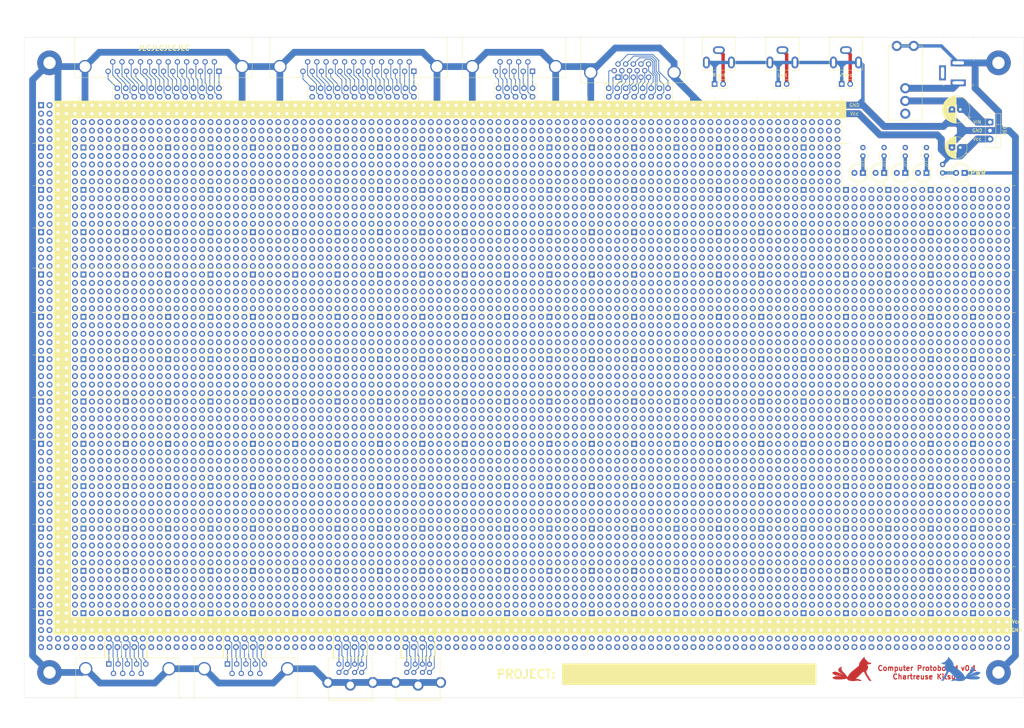
<source format=kicad_pcb>
(kicad_pcb (version 20211014) (generator pcbnew)
  (layers (0 "F.Cu" signal) (31 "B.Cu" signal) (34 "B.Paste" user) (35 "F.Paste" user) (36 "B.SilkS" user "B.Silkscreen") (37 "F.SilkS" user "F.Silkscreen") (38 "B.Mask" user) (39 "F.Mask" user) (44 "Edge.Cuts" user))
  (net 0 "")
  (footprint "MountingHole:MountingHole_3.7mm_Pad" (layer "F.Cu") (at 33.02 33.02)
    (fp_text reference "REF**" hide)
    (fp_text value "MountingHole_3.7mm_Pad" hide)
  )
  (footprint "MountingHole:MountingHole_3.7mm_Pad" (layer "F.Cu") (at 33.02 215.9)
    (fp_text reference "REF**" hide)
    (fp_text value "MountingHole_3.7mm_Pad" hide)
  )
  (footprint "MountingHole:MountingHole_3.7mm_Pad" (layer "F.Cu") (at 317.5 215.9)
    (fp_text reference "REF**" hide)
    (fp_text value "MountingHole_3.7mm_Pad" hide)
  )
  (footprint "MountingHole:MountingHole_3.7mm_Pad" (layer "F.Cu") (at 317.5 33.02)
    (fp_text reference "REF**" hide)
    (fp_text value "MountingHole_3.7mm_Pad" hide)
  )
  (footprint "Connector_Dsub:DSUB-15-HD_Female_Horizontal_P2.29x1.98mm_EdgePinOffset8.35mm_Housed_MountingHolesOffset10.89mm" (layer "F.Cu") (at 203.45 37.338 180)
    (fp_text reference "REF**" hide)
    (fp_text value "DSUB-15-HD_Female_Horizontal_P2.29x1.98mm_EdgePinOffset8.35mm_Housed_MountingHolesOffset10.89mm")
  )
  (footprint "Connector_Dsub:DSUB-25_Male_Horizontal_P2.77x2.84mm_EdgePinOffset7.70mm_Housed_MountingHolesOffset9.12mm" (layer "F.Cu") (at 83.82 35.56 180)
    (fp_text reference "REF**" hide)
    (fp_text value "DSUB-25_Male_Horizontal_P2.77x2.84mm_EdgePinOffset7.70mm_Housed_MountingHolesOffset9.12mm")
  )
  (footprint "Connector_Dsub:DSUB-9_Male_Horizontal_P2.77x2.84mm_EdgePinOffset7.70mm_Housed_MountingHolesOffset9.12mm" (layer "F.Cu") (at 177.8 35.56 180)
    (fp_text reference "REF**" hide)
    (fp_text value "DSUB-9_Male_Horizontal_P2.77x2.84mm_EdgePinOffset7.70mm_Housed_MountingHolesOffset9.12mm")
  )
  (footprint "protoboards:5x5proto" (layer "F.Cu") (at 30.48 45.72)
    (fp_text reference "PAD**" hide)
    (fp_text value "5x5proto" hide)
  )
  (footprint "protoboards:5x5proto" (layer "F.Cu") (at 43.18 45.72)
    (fp_text reference "PAD**" hide)
    (fp_text value "5x5proto" hide)
  )
  (footprint "protoboards:5x5proto" (layer "F.Cu") (at 43.18 58.42)
    (fp_text reference "PAD**" hide)
    (fp_text value "5x5proto" hide)
  )
  (footprint "protoboards:5x5proto" (layer "F.Cu") (at 30.48 58.42)
    (fp_text reference "PAD**" hide)
    (fp_text value "5x5proto" hide)
  )
  (footprint "protoboards:5x5proto" (layer "F.Cu") (at 68.58 83.82)
    (fp_text reference "PAD**" hide)
    (fp_text value "5x5proto" hide)
  )
  (footprint "protoboards:5x5proto" (layer "F.Cu") (at 68.58 71.12)
    (fp_text reference "PAD**" hide)
    (fp_text value "5x5proto" hide)
  )
  (footprint "protoboards:5x5proto" (layer "F.Cu") (at 55.88 71.12)
    (fp_text reference "PAD**" hide)
    (fp_text value "5x5proto" hide)
  )
  (footprint "protoboards:5x5proto" (layer "F.Cu") (at 55.88 83.82)
    (fp_text reference "PAD**" hide)
    (fp_text value "5x5proto" hide)
  )
  (footprint "protoboards:5x5proto" (layer "F.Cu") (at 68.58 160.02)
    (fp_text reference "PAD**" hide)
    (fp_text value "5x5proto" hide)
  )
  (footprint "protoboards:5x5proto" (layer "F.Cu") (at 30.48 185.42)
    (fp_text reference "PAD**" hide)
    (fp_text value "5x5proto" hide)
  )
  (footprint "protoboards:5x5proto" (layer "F.Cu") (at 68.58 185.42)
    (fp_text reference "PAD**" hide)
    (fp_text value "5x5proto" hide)
  )
  (footprint "protoboards:5x5proto" (layer "F.Cu") (at 55.88 160.02)
    (fp_text reference "PAD**" hide)
    (fp_text value "5x5proto" hide)
  )
  (footprint "protoboards:5x5proto" (layer "F.Cu") (at 55.88 185.42)
    (fp_text reference "PAD**" hide)
    (fp_text value "5x5proto" hide)
  )
  (footprint "protoboards:5x5proto" (layer "F.Cu") (at 55.88 172.72)
    (fp_text reference "PAD**" hide)
    (fp_text value "5x5proto" hide)
  )
  (footprint "protoboards:5x5proto" (layer "F.Cu") (at 43.18 160.02)
    (fp_text reference "PAD**" hide)
    (fp_text value "5x5proto" hide)
  )
  (footprint "protoboards:5x5proto" (layer "F.Cu") (at 68.58 172.72)
    (fp_text reference "PAD**" hide)
    (fp_text value "5x5proto" hide)
  )
  (footprint "protoboards:5x5proto" (layer "F.Cu") (at 43.18 172.72)
    (fp_text reference "PAD**" hide)
    (fp_text value "5x5proto" hide)
  )
  (footprint "protoboards:5x5proto" (layer "F.Cu") (at 55.88 147.32)
    (fp_text reference "PAD**" hide)
    (fp_text value "5x5proto" hide)
  )
  (footprint "protoboards:5x5proto" (layer "F.Cu") (at 43.18 147.32)
    (fp_text reference "PAD**" hide)
    (fp_text value "5x5proto" hide)
  )
  (footprint "protoboards:5x5proto" (layer "F.Cu") (at 30.48 147.32)
    (fp_text reference "PAD**" hide)
    (fp_text value "5x5proto" hide)
  )
  (footprint "protoboards:5x5proto" (layer "F.Cu") (at 30.48 160.02)
    (fp_text reference "PAD**" hide)
    (fp_text value "5x5proto" hide)
  )
  (footprint "protoboards:5x5proto" (layer "F.Cu") (at 43.18 185.42)
    (fp_text reference "PAD**" hide)
    (fp_text value "5x5proto" hide)
  )
  (footprint "protoboards:5x5proto" (layer "F.Cu") (at 30.48 172.72)
    (fp_text reference "PAD**" hide)
    (fp_text value "5x5proto" hide)
  )
  (footprint "protoboards:5x5proto" (layer "F.Cu") (at 68.58 147.32)
    (fp_text reference "PAD**" hide)
    (fp_text value "5x5proto" hide)
  )
  (footprint "protoboards:5x5proto" (layer "F.Cu") (at 30.48 198.12)
    (fp_text reference "PAD**" hide)
    (fp_text value "5x5proto" hide)
  )
  (footprint "protoboards:5x5proto" (layer "F.Cu") (at 68.58 198.12)
    (fp_text reference "PAD**" hide)
    (fp_text value "5x5proto" hide)
  )
  (footprint "protoboards:5x5proto" (layer "F.Cu") (at 119.38 198.12)
    (fp_text reference "PAD**" hide)
    (fp_text value "5x5proto" hide)
  )
  (footprint "protoboards:5x5proto" (layer "F.Cu") (at 119.38 172.72)
    (fp_text reference "PAD**" hide)
    (fp_text value "5x5proto" hide)
  )
  (footprint "protoboards:5x5proto" (layer "F.Cu") (at 93.98 172.72)
    (fp_text reference "PAD**" hide)
    (fp_text value "5x5proto" hide)
  )
  (footprint "protoboards:5x5proto" (layer "F.Cu") (at 93.98 198.12)
    (fp_text reference "PAD**" hide)
    (fp_text value "5x5proto" hide)
  )
  (footprint "protoboards:5x5proto" (layer "F.Cu") (at 119.38 147.32)
    (fp_text reference "PAD**" hide)
    (fp_text value "5x5proto" hide)
  )
  (footprint "protoboards:5x5proto" (layer "F.Cu") (at 93.98 185.42)
    (fp_text reference "PAD**" hide)
    (fp_text value "5x5proto" hide)
  )
  (footprint "protoboards:5x5proto" (layer "F.Cu") (at 81.28 185.42)
    (fp_text reference "PAD**" hide)
    (fp_text value "5x5proto" hide)
  )
  (footprint "protoboards:5x5proto" (layer "F.Cu") (at 106.68 172.72)
    (fp_text reference "PAD**" hide)
    (fp_text value "5x5proto" hide)
  )
  (footprint "protoboards:5x5proto" (layer "F.Cu") (at 119.38 185.42)
    (fp_text reference "PAD**" hide)
    (fp_text value "5x5proto" hide)
  )
  (footprint "protoboards:5x5proto" (layer "F.Cu") (at 93.98 147.32)
    (fp_text reference "PAD**" hide)
    (fp_text value "5x5proto" hide)
  )
  (footprint "protoboards:5x5proto" (layer "F.Cu") (at 119.38 160.02)
    (fp_text reference "PAD**" hide)
    (fp_text value "5x5proto" hide)
  )
  (footprint "protoboards:5x5proto" (layer "F.Cu") (at 106.68 185.42)
    (fp_text reference "PAD**" hide)
    (fp_text value "5x5proto" hide)
  )
  (footprint "protoboards:5x5proto" (layer "F.Cu") (at 81.28 172.72)
    (fp_text reference "PAD**" hide)
    (fp_text value "5x5proto" hide)
  )
  (footprint "protoboards:5x5proto" (layer "F.Cu") (at 106.68 160.02)
    (fp_text reference "PAD**" hide)
    (fp_text value "5x5proto" hide)
  )
  (footprint "protoboards:5x5proto" (layer "F.Cu") (at 81.28 160.02)
    (fp_text reference "PAD**" hide)
    (fp_text value "5x5proto" hide)
  )
  (footprint "protoboards:5x5proto" (layer "F.Cu") (at 106.68 198.12)
    (fp_text reference "PAD**" hide)
    (fp_text value "5x5proto" hide)
  )
  (footprint "protoboards:5x5proto" (layer "F.Cu") (at 93.98 160.02)
    (fp_text reference "PAD**" hide)
    (fp_text value "5x5proto" hide)
  )
  (footprint "protoboards:5x5proto" (layer "F.Cu") (at 81.28 198.12)
    (fp_text reference "PAD**" hide)
    (fp_text value "5x5proto" hide)
  )
  (footprint "protoboards:5x5proto" (layer "F.Cu") (at 106.68 147.32)
    (fp_text reference "PAD**" hide)
    (fp_text value "5x5proto" hide)
  )
  (footprint "protoboards:5x5proto" (layer "F.Cu") (at 81.28 147.32)
    (fp_text reference "PAD**" hide)
    (fp_text value "5x5proto" hide)
  )
  (footprint "protoboards:5x5proto" (layer "F.Cu") (at 271.78 198.12)
    (fp_text reference "PAD**" hide)
    (fp_text value "5x5proto" hide)
  )
  (footprint "protoboards:5x5proto" (layer "F.Cu") (at 271.78 121.92)
    (fp_text reference "PAD**" hide)
    (fp_text value "5x5proto" hide)
  )
  (footprint "protoboards:5x5proto" (layer "F.Cu") (at 271.78 172.72)
    (fp_text reference "PAD**" hide)
    (fp_text value "5x5proto" hide)
  )
  (footprint "protoboards:5x5proto" (layer "F.Cu") (at 246.38 172.72)
    (fp_text reference "PAD**" hide)
    (fp_text value "5x5proto" hide)
  )
  (footprint "protoboards:5x5proto" (layer "F.Cu") (at 259.08 96.52)
    (fp_text reference "PAD**" hide)
    (fp_text value "5x5proto" hide)
  )
  (footprint "protoboards:5x5proto" (layer "F.Cu") (at 220.98 147.32)
    (fp_text reference "PAD**" hide)
    (fp_text value "5x5proto" hide)
  )
  (footprint "protoboards:5x5proto" (layer "F.Cu") (at 170.18 58.42)
    (fp_text reference "PAD**" hide)
    (fp_text value "5x5proto" hide)
  )
  (footprint "protoboards:5x5proto" (layer "F.Cu") (at 233.68 121.92)
    (fp_text reference "PAD**" hide)
    (fp_text value "5x5proto" hide)
  )
  (footprint "protoboards:5x5proto" (layer "F.Cu") (at 246.38 198.12)
    (fp_text reference "PAD**" hide)
    (fp_text value "5x5proto" hide)
  )
  (footprint "protoboards:5x5proto" (layer "F.Cu") (at 271.78 147.32)
    (fp_text reference "PAD**" hide)
    (fp_text value "5x5proto" hide)
  )
  (footprint "protoboards:5x5proto" (layer "F.Cu") (at 233.68 83.82)
    (fp_text reference "PAD**" hide)
    (fp_text value "5x5proto" hide)
  )
  (footprint "protoboards:5x5proto" (layer "F.Cu") (at 297.18 198.12)
    (fp_text reference "PAD**" hide)
    (fp_text value "5x5proto" hide)
  )
  (footprint "protoboards:5x5proto" (layer "F.Cu") (at 220.98 109.22)
    (fp_text reference "PAD**" hide)
    (fp_text value "5x5proto" hide)
  )
  (footprint "protoboards:5x5proto" (layer "F.Cu") (at 246.38 185.42)
    (fp_text reference "PAD**" hide)
    (fp_text value "5x5proto" hide)
  )
  (footprint "protoboards:5x5proto" (layer "F.Cu") (at 182.88 45.72)
    (fp_text reference "PAD**" hide)
    (fp_text value "5x5proto" hide)
  )
  (footprint "protoboards:5x5proto" (layer "F.Cu") (at 309.88 96.52)
    (fp_text reference "PAD**" hide)
    (fp_text value "5x5proto" hide)
  )
  (footprint "protoboards:5x5proto" (layer "F.Cu") (at 233.68 185.42)
    (fp_text reference "PAD**" hide)
    (fp_text value "5x5proto" hide)
  )
  (footprint "protoboards:5x5proto" (layer "F.Cu") (at 246.38 96.52)
    (fp_text reference "PAD**" hide)
    (fp_text value "5x5proto" hide)
  )
  (footprint "protoboards:5x5proto" (layer "F.Cu") (at 233.68 96.52)
    (fp_text reference "PAD**" hide)
    (fp_text value "5x5proto" hide)
  )
  (footprint "protoboards:5x5proto" (layer "F.Cu") (at 220.98 172.72)
    (fp_text reference "PAD**" hide)
    (fp_text value "5x5proto" hide)
  )
  (footprint "protoboards:5x5proto" (layer "F.Cu") (at 259.08 172.72)
    (fp_text reference "PAD**" hide)
    (fp_text value "5x5proto" hide)
  )
  (footprint "protoboards:5x5proto" (layer "F.Cu") (at 271.78 83.82)
    (fp_text reference "PAD**" hide)
    (fp_text value "5x5proto" hide)
  )
  (footprint "protoboards:5x5proto" (layer "F.Cu") (at 309.88 147.32)
    (fp_text reference "PAD**" hide)
    (fp_text value "5x5proto" hide)
  )
  (footprint "protoboards:5x5proto" (layer "F.Cu") (at 220.98 83.82)
    (fp_text reference "PAD**" hide)
    (fp_text value "5x5proto" hide)
  )
  (footprint "protoboards:5x5proto" (layer "F.Cu") (at 259.08 58.42)
    (fp_text reference "PAD**" hide)
    (fp_text value "5x5proto" hide)
  )
  (footprint "protoboards:5x5proto" (layer "F.Cu") (at 284.48 185.42)
    (fp_text reference "PAD**" hide)
    (fp_text value "5x5proto" hide)
  )
  (footprint "protoboards:5x5proto" (layer "F.Cu") (at 271.78 134.62)
    (fp_text reference "PAD**" hide)
    (fp_text value "5x5proto" hide)
  )
  (footprint "protoboards:5x5proto" (layer "F.Cu") (at 208.28 45.72)
    (fp_text reference "PAD**" hide)
    (fp_text value "5x5proto" hide)
  )
  (footprint "protoboards:5x5proto" (layer "F.Cu") (at 309.88 185.42)
    (fp_text reference "PAD**" hide)
    (fp_text value "5x5proto" hide)
  )
  (footprint "protoboards:5x5proto" (layer "F.Cu") (at 297.18 109.22)
    (fp_text reference "PAD**" hide)
    (fp_text value "5x5proto" hide)
  )
  (footprint "protoboards:5x5proto" (layer "F.Cu") (at 309.88 71.12)
    (fp_text reference "PAD**" hide)
    (fp_text value "5x5proto" hide)
  )
  (footprint "protoboards:5x5proto" (layer "F.Cu") (at 259.08 83.82)
    (fp_text reference "PAD**" hide)
    (fp_text value "5x5proto" hide)
  )
  (footprint "protoboards:5x5proto" (layer "F.Cu") (at 233.68 109.22)
    (fp_text reference "PAD**" hide)
    (fp_text value "5x5proto" hide)
  )
  (footprint "protoboards:5x5proto" (layer "F.Cu") (at 284.48 147.32)
    (fp_text reference "PAD**" hide)
    (fp_text value "5x5proto" hide)
  )
  (footprint "protoboards:5x5proto" (layer "F.Cu") (at 284.48 96.52)
    (fp_text reference "PAD**" hide)
    (fp_text value "5x5proto" hide)
  )
  (footprint "protoboards:5x5proto" (layer "F.Cu") (at 195.58 58.42)
    (fp_text reference "PAD**" hide)
    (fp_text value "5x5proto" hide)
  )
  (footprint "protoboards:5x5proto" (layer "F.Cu") (at 220.98 160.02)
    (fp_text reference "PAD**" hide)
    (fp_text value "5x5proto" hide)
  )
  (footprint "protoboards:5x5proto" (layer "F.Cu") (at 259.08 71.12)
    (fp_text reference "PAD**" hide)
    (fp_text value "5x5proto" hide)
  )
  (footprint "protoboards:5x5proto" (layer "F.Cu") (at 271.78 109.22)
    (fp_text reference "PAD**" hide)
    (fp_text value "5x5proto" hide)
  )
  (footprint "protoboards:5x5proto" (layer "F.Cu") (at 297.18 147.32)
    (fp_text reference "PAD**" hide)
    (fp_text value "5x5proto" hide)
  )
  (footprint "protoboards:5x5proto" (layer "F.Cu") (at 246.38 58.42)
    (fp_text reference "PAD**" hide)
    (fp_text value "5x5proto" hide)
  )
  (footprint "protoboards:5x5proto" (layer "F.Cu") (at 271.78 71.12)
    (fp_text reference "PAD**" hide)
    (fp_text value "5x5proto" hide)
  )
  (footprint "protoboards:5x5proto" (layer "F.Cu") (at 271.78 185.42)
    (fp_text reference "PAD**" hide)
    (fp_text value "5x5proto" hide)
  )
  (footprint "protoboards:5x5proto" (layer "F.Cu") (at 284.48 71.12)
    (fp_text reference "PAD**" hide)
    (fp_text value "5x5proto" hide)
  )
  (footprint "protoboards:5x5proto" (layer "F.Cu") (at 309.88 134.62)
    (fp_text reference "PAD**" hide)
    (fp_text value "5x5proto" hide)
  )
  (footprint "protoboards:5x5proto" (layer "F.Cu") (at 246.38 147.32)
    (fp_text reference "PAD**" hide)
    (fp_text value "5x5proto" hide)
  )
  (footprint "protoboards:5x5proto" (layer "F.Cu") (at 246.38 109.22)
    (fp_text reference "PAD**" hide)
    (fp_text value "5x5proto" hide)
  )
  (footprint "protoboards:5x5proto" (layer "F.Cu") (at 233.68 134.62)
    (fp_text reference "PAD**" hide)
    (fp_text value "5x5proto" hide)
  )
  (footprint "protoboards:5x5proto" (layer "F.Cu") (at 297.18 121.92)
    (fp_text reference "PAD**" hide)
    (fp_text value "5x5proto" hide)
  )
  (footprint "protoboards:5x5proto" (layer "F.Cu") (at 259.08 109.22)
    (fp_text reference "PAD**" hide)
    (fp_text value "5x5proto" hide)
  )
  (footprint "protoboards:5x5proto" (layer "F.Cu") (at 259.08 134.62)
    (fp_text reference "PAD**" hide)
    (fp_text value "5x5proto" hide)
  )
  (footprint "protoboards:5x5proto" (layer "F.Cu") (at 271.78 96.52)
    (fp_text reference "PAD**" hide)
    (fp_text value "5x5proto" hide)
  )
  (footprint "protoboards:5x5proto" (layer "F.Cu") (at 246.38 71.12)
    (fp_text reference "PAD**" hide)
    (fp_text value "5x5proto" hide)
  )
  (footprint "protoboards:5x5proto" (layer "F.Cu") (at 271.78 160.02)
    (fp_text reference "PAD**" hide)
    (fp_text value "5x5proto" hide)
  )
  (footprint "protoboards:5x5proto" (layer "F.Cu") (at 220.98 121.92)
    (fp_text reference "PAD**" hide)
    (fp_text value "5x5proto" hide)
  )
  (footprint "protoboards:5x5proto" (layer "F.Cu") (at 284.48 121.92)
    (fp_text reference "PAD**" hide)
    (fp_text value "5x5proto" hide)
  )
  (footprint "protoboards:5x5proto" (layer "F.Cu") (at 182.88 58.42)
    (fp_text reference "PAD**" hide)
    (fp_text value "5x5proto" hide)
  )
  (footprint "protoboards:5x5proto" (layer "F.Cu") (at 259.08 185.42)
    (fp_text reference "PAD**" hide)
    (fp_text value "5x5proto" hide)
  )
  (footprint "protoboards:5x5proto" (layer "F.Cu") (at 246.38 134.62)
    (fp_text reference "PAD**" hide)
    (fp_text value "5x5proto" hide)
  )
  (footprint "protoboards:5x5proto" (layer "F.Cu") (at 208.28 58.42)
    (fp_text reference "PAD**" hide)
    (fp_text value "5x5proto" hide)
  )
  (footprint "protoboards:5x5proto" (layer "F.Cu") (at 284.48 109.22)
    (fp_text reference "PAD**" hide)
    (fp_text value "5x5proto" hide)
  )
  (footprint "protoboards:5x5proto" (layer "F.Cu") (at 259.08 45.72)
    (fp_text reference "PAD**" hide)
    (fp_text value "5x5proto" hide)
  )
  (footprint "protoboards:5x5proto" (layer "F.Cu") (at 220.98 185.42)
    (fp_text reference "PAD**" hide)
    (fp_text value "5x5proto" hide)
  )
  (footprint "protoboards:5x5proto" (layer "F.Cu") (at 284.48 134.62)
    (fp_text reference "PAD**" hide)
    (fp_text value "5x5proto" hide)
  )
  (footprint "protoboards:5x5proto" (layer "F.Cu") (at 233.68 172.72)
    (fp_text reference "PAD**" hide)
    (fp_text value "5x5proto" hide)
  )
  (footprint "protoboards:5x5proto" (layer "F.Cu") (at 284.48 172.72)
    (fp_text reference "PAD**" hide)
    (fp_text value "5x5proto" hide)
  )
  (footprint "protoboards:5x5proto" (layer "F.Cu") (at 220.98 58.42)
    (fp_text reference "PAD**" hide)
    (fp_text value "5x5proto" hide)
  )
  (footprint "protoboards:5x5proto" (layer "F.Cu") (at 309.88 109.22)
    (fp_text reference "PAD**" hide)
    (fp_text value "5x5proto" hide)
  )
  (footprint "protoboards:5x5proto" (layer "F.Cu") (at 284.48 83.82)
    (fp_text reference "PAD**" hide)
    (fp_text value "5x5proto" hide)
  )
  (footprint "protoboards:5x5proto" (layer "F.Cu") (at 246.38 45.72)
    (fp_text reference "PAD**" hide)
    (fp_text value "5x5proto" hide)
  )
  (footprint "protoboards:5x5proto" (layer "F.Cu") (at 297.18 160.02)
    (fp_text reference "PAD**" hide)
    (fp_text value "5x5proto" hide)
  )
  (footprint "protoboards:5x5proto" (layer "F.Cu") (at 195.58 45.72)
    (fp_text reference "PAD**" hide)
    (fp_text value "5x5proto" hide)
  )
  (footprint "protoboards:5x5proto" (layer "F.Cu") (at 309.88 172.72)
    (fp_text reference "PAD**" hide)
    (fp_text value "5x5proto" hide)
  )
  (footprint "protoboards:5x5proto" (layer "F.Cu") (at 259.08 121.92)
    (fp_text reference "PAD**" hide)
    (fp_text value "5x5proto" hide)
  )
  (footprint "protoboards:5x5proto" (layer "F.Cu") (at 297.18 96.52)
    (fp_text reference "PAD**" hide)
    (fp_text value "5x5proto" hide)
  )
  (footprint "protoboards:5x5proto" (layer "F.Cu") (at 233.68 45.72)
    (fp_text reference "PAD**" hide)
    (fp_text value "5x5proto" hide)
  )
  (footprint "protoboards:5x5proto" (layer "F.Cu") (at 259.08 160.02)
    (fp_text reference "PAD**" hide)
    (fp_text value "5x5proto" hide)
  )
  (footprint "protoboards:5x5proto" (layer "F.Cu") (at 233.68 160.02)
    (fp_text reference "PAD**" hide)
    (fp_text value "5x5proto" hide)
  )
  (footprint "protoboards:5x5proto" (layer "F.Cu") (at 233.68 58.42)
    (fp_text reference "PAD**" hide)
    (fp_text value "5x5proto" hide)
  )
  (footprint "protoboards:5x5proto" (layer "F.Cu") (at 297.18 71.12)
    (fp_text reference "PAD**" hide)
    (fp_text value "5x5proto" hide)
  )
  (footprint "protoboards:5x5proto" (layer "F.Cu") (at 220.98 96.52)
    (fp_text reference "PAD**" hide)
    (fp_text value "5x5proto" hide)
  )
  (footprint "protoboards:5x5proto" (layer "F.Cu") (at 284.48 198.12)
    (fp_text reference "PAD**" hide)
    (fp_text value "5x5proto" hide)
  )
  (footprint "protoboards:5x5proto" (layer "F.Cu") (at 220.98 45.72)
    (fp_text reference "PAD**" hide)
    (fp_text value "5x5proto" hide)
  )
  (footprint "protoboards:5x5proto" (layer "F.Cu") (at 259.08 198.12)
    (fp_text reference "PAD**" hide)
    (fp_text value "5x5proto" hide)
  )
  (footprint "protoboards:5x5proto" (layer "F.Cu") (at 220.98 71.12)
    (fp_text reference "PAD**" hide)
    (fp_text value "5x5proto" hide)
  )
  (footprint "protoboards:5x5proto" (layer "F.Cu") (at 246.38 83.82)
    (fp_text reference "PAD**" hide)
    (fp_text value "5x5proto" hide)
  )
  (footprint "protoboards:5x5proto" (layer "F.Cu") (at 220.98 134.62)
    (fp_text reference "PAD**" hide)
    (fp_text value "5x5proto" hide)
  )
  (footprint "protoboards:5x5proto" (layer "F.Cu") (at 309.88 198.12)
    (fp_text reference "PAD**" hide)
    (fp_text value "5x5proto" hide)
  )
  (footprint "protoboards:5x5proto" (layer "F.Cu") (at 220.98 198.12)
    (fp_text reference "PAD**" hide)
    (fp_text value "5x5proto" hide)
  )
  (footprint "protoboards:5x5proto" (layer "F.Cu") (at 297.18 185.42)
    (fp_text reference "PAD**" hide)
    (fp_text value "5x5proto" hide)
  )
  (footprint "protoboards:5x5proto" (layer "F.Cu") (at 246.38 160.02)
    (fp_text reference "PAD**" hide)
    (fp_text value "5x5proto" hide)
  )
  (footprint "protoboards:5x5proto" (layer "F.Cu") (at 309.88 83.82)
    (fp_text reference "PAD**" hide)
    (fp_text value "5x5proto" hide)
  )
  (footprint "protoboards:5x5proto" (layer "F.Cu") (at 297.18 83.82)
    (fp_text reference "PAD**" hide)
    (fp_text value "5x5proto" hide)
  )
  (footprint "protoboards:5x5proto" (layer "F.Cu") (at 284.48 160.02)
    (fp_text reference "PAD**" hide)
    (fp_text value "5x5proto" hide)
  )
  (footprint "protoboards:5x5proto" (layer "F.Cu") (at 233.68 198.12)
    (fp_text reference "PAD**" hide)
    (fp_text value "5x5proto" hide)
  )
  (footprint "protoboards:5x5proto" (layer "F.Cu") (at 233.68 71.12)
    (fp_text reference "PAD**" hide)
    (fp_text value "5x5proto" hide)
  )
  (footprint "protoboards:5x5proto" (layer "F.Cu") (at 259.08 147.32)
    (fp_text reference "PAD**" hide)
    (fp_text value "5x5proto" hide)
  )
  (footprint "protoboards:5x5proto" (layer "F.Cu") (at 246.38 121.92)
    (fp_text reference "PAD**" hide)
    (fp_text value "5x5proto" hide)
  )
  (footprint "protoboards:5x5proto" (layer "F.Cu") (at 297.18 134.62)
    (fp_text reference "PAD**" hide)
    (fp_text value "5x5proto" hide)
  )
  (footprint "protoboards:5x5proto" (layer "F.Cu") (at 309.88 160.02)
    (fp_text reference "PAD**" hide)
    (fp_text value "5x5proto" hide)
  )
  (footprint "protoboards:5x5proto" (layer "F.Cu") (at 297.18 172.72)
    (fp_text reference "PAD**" hide)
    (fp_text value "5x5proto" hide)
  )
  (footprint "protoboards:5x5proto" (layer "F.Cu") (at 233.68 147.32)
    (fp_text reference "PAD**" hide)
    (fp_text value "5x5proto" hide)
  )
  (footprint "protoboards:5x5proto" (layer "F.Cu") (at 309.88 121.92)
    (fp_text reference "PAD**" hide)
    (fp_text value "5x5proto" hide)
  )
  (footprint "protoboards:5x5proto" (layer "F.Cu") (at 170.18 45.72)
    (fp_text reference "PAD**" hide)
    (fp_text value "5x5proto" hide)
  )
  (footprint "misc_connector:RCA_RA_Switchcraft" (layer "F.Cu") (at 233.68 29.21 180)
    (fp_text reference "Right")
    (fp_text value "RCA_RA_Switchcraft")
  )
  (footprint "misc_connector:RCA_RA_Switchcraft" (layer "F.Cu") (at 252.73 29.21 180)
    (fp_text reference "Left")
    (fp_text value "RCA_RA_Switchcraft")
  )
  (footprint "misc_connector:RCA_RA_Switchcraft" (layer "F.Cu") (at 271.78 29.21 180)
    (fp_text reference "Video")
    (fp_text value "RCA_RA_Switchcraft")
  )
  (footprint "misc_connector:VerticalToggle_ESWITCH_100SP1T2B4M7QE" (layer "F.Cu") (at 289.56 40.64 180)
    (fp_text reference "REF**" hide)
    (fp_text value "VerticalToggle_ESWITCH_100SP1T2B4M7QE")
  )
  (footprint "Package_TO_SOT_THT:TO-220-3_Vertical" (layer "F.Cu") (at 314.96 50.8 -90)
    (fp_text reference "REG")
    (fp_text value "TO-220-3_Vertical")
  )
  (footprint "Capacitor_THT:CP_Radial_D8.0mm_P2.50mm" (layer "F.Cu") (at 306.07 46.99 180)
    (fp_text reference "REF**" hide)
    (fp_text value "CP_Radial_D8.0mm_P2.50mm")
  )
  (footprint "Capacitor_THT:CP_Radial_D6.3mm_P2.50mm" (layer "F.Cu") (at 306.07 58.42 180)
    (fp_text reference "REF**" hide)
    (fp_text value "CP_Radial_D6.3mm_P2.50mm")
  )
  (footprint "Resistor_THT:R_Axial_DIN0309_L9.0mm_D3.2mm_P2.54mm_Vertical" (layer "F.Cu") (at 300.736 66.04 90)
    (fp_text reference "REF**" hide)
    (fp_text value "R_Axial_DIN0309_L9.0mm_D3.2mm_P2.54mm_Vertical")
  )
  (footprint "misc_connector:MDJ-006-FS" (layer "F.Cu") (at 123.19 215.9 180)
    (fp_text reference "REF**" hide)
    (fp_text value "MDJ-006-FS")
  )
  (footprint "Connector_Dsub:DSUB-9_Male_Horizontal_P2.77x2.84mm_EdgePinOffset7.70mm_Housed_MountingHolesOffset9.12mm" (layer "F.Cu") (at 50.8 213.36)
    (fp_text reference "REF**" hide)
    (fp_text value "DSUB-9_Male_Horizontal_P2.77x2.84mm_EdgePinOffset7.70mm_Housed_MountingHolesOffset9.12mm")
  )
  (footprint "Connector_Dsub:DSUB-9_Male_Horizontal_P2.77x2.84mm_EdgePinOffset7.70mm_Housed_MountingHolesOffset9.12mm" (layer "F.Cu") (at 86.36 213.36)
    (fp_text reference "REF**" hide)
    (fp_text value "DSUB-9_Male_Horizontal_P2.77x2.84mm_EdgePinOffset7.70mm_Housed_MountingHolesOffset9.12mm")
  )
  (footprint "Connector_PinHeader_2.54mm:PinHeader_2x13_P2.54mm_Vertical" (layer "F.Cu") (at 83.82 40.64 -90)
    (fp_text reference "REF**" hide)
    (fp_text value "PinHeader_2x13_P2.54mm_Vertical" hide)
  )
  (footprint "Connector_PinHeader_2.54mm:PinHeader_2x05_P2.54mm_Vertical" (layer "F.Cu") (at 177.8 40.64 -90)
    (fp_text reference "REF**" hide)
    (fp_text value "PinHeader_2x05_P2.54mm_Vertical" hide)
  )
  (footprint "Connector_PinHeader_2.54mm:PinHeader_2x08_P2.54mm_Vertical" (layer "F.Cu") (at 200.66 43.18 90)
    (fp_text reference "REF**" hide)
    (fp_text value "PinHeader_2x08_P2.54mm_Vertical" hide)
  )
  (footprint "Connector_Dsub:DSUB-25_Male_Horizontal_P2.77x2.84mm_EdgePinOffset7.70mm_Housed_MountingHolesOffset9.12mm" (layer "F.Cu") (at 142.24 35.56 180)
    (fp_text reference "REF**" hide)
    (fp_text value "DSUB-25_Male_Horizontal_P2.77x2.84mm_EdgePinOffset7.70mm_Housed_MountingHolesOffset9.12mm")
  )
  (footprint "Connector_PinHeader_2.54mm:PinHeader_2x13_P2.54mm_Vertical" (layer "F.Cu") (at 142.24 40.64 -90)
    (fp_text reference "REF**" hide)
    (fp_text value "PinHeader_2x13_P2.54mm_Vertical" hide)
  )
  (footprint "misc_connector:MDJ-006-FS" (layer "F.Cu") (at 143.51 215.9 180)
    (fp_text reference "REF**" hide)
    (fp_text value "MDJ-006-FS")
  )
  (footprint "digikey-footprints:Barrel_Jack_5.5mmODx2.1mmID_PJ-202A" (layer "F.Cu") (at 305.435 36.02)
    (fp_text reference "REF**" hide)
    (fp_text value "Barrel_Jack_5.5mmODx2.1mmID_PJ-202A")
  )
  (footprint "Connector_PinHeader_2.54mm:PinHeader_1x02_P2.54mm_Vertical" (layer "F.Cu") (at 232.41 39.37 90)
    (fp_text reference "REF**" hide)
    (fp_text value "PinHeader_1x02_P2.54mm_Vertical")
  )
  (footprint "Connector_PinHeader_2.54mm:PinHeader_1x02_P2.54mm_Vertical" (layer "F.Cu") (at 251.46 39.37 90)
    (fp_text reference "REF**" hide)
    (fp_text value "PinHeader_1x02_P2.54mm_Vertical")
  )
  (footprint "Connector_PinHeader_2.54mm:PinHeader_1x02_P2.54mm_Vertical" (layer "F.Cu") (at 270.51 39.37 90)
    (fp_text reference "REF**" hide)
    (fp_text value "PinHeader_1x02_P2.54mm_Vertical")
  )
  (footprint "LED_THT:LED_D5.0mm" (layer "F.Cu") (at 295.91 66.04 180)
    (fp_text reference "REF**" hide)
    (fp_text value "LED_D5.0mm")
  )
  (footprint "Resistor_THT:R_Axial_DIN0309_L9.0mm_D3.2mm_P2.54mm_Vertical" (layer "F.Cu") (at 295.91 60.96 90)
    (fp_text reference "REF**" hide)
    (fp_text value "R_Axial_DIN0309_L9.0mm_D3.2mm_P2.54mm_Vertical")
  )
  (footprint "custom:kitlogo" (layer "F.Cu") (at 273.685 214.63)
    (fp_text reference "G***" hide)
    (fp_text value "LOGO" hide)
  )
  (footprint "LED_THT:LED_D5.0mm" (layer "F.Cu") (at 307.34 66.04 180)
    (fp_text reference "REF**" hide)
    (fp_text value "LED_D5.0mm")
  )
  (footprint "protoboards:5x5proto" (layer "F.Cu") (at 81.28 71.12)
    (fp_text reference "PAD**" hide)
    (fp_text value "5x5proto" hide)
  )
  (footprint "protoboards:5x5proto" (layer "F.Cu") (at 182.88 172.72)
    (fp_text reference "PAD**" hide)
    (fp_text value "5x5proto" hide)
  )
  (footprint "protoboards:5x5proto" (layer "F.Cu") (at 43.18 109.22)
    (fp_text reference "PAD**" hide)
    (fp_text value "5x5proto" hide)
  )
  (footprint "protoboards:5x5proto" (layer "F.Cu") (at 43.18 71.12)
    (fp_text reference "PAD**" hide)
    (fp_text value "5x5proto" hide)
  )
  (footprint "protoboards:5x5proto" (layer "F.Cu") (at 106.68 58.42)
    (fp_text reference "PAD**" hide)
    (fp_text value "5x5proto" hide)
  )
  (footprint "protoboards:5x5proto" (layer "F.Cu") (at 30.48 83.82)
    (fp_text reference "PAD**" hide)
    (fp_text value "5x5proto" hide)
  )
  (footprint "protoboards:5x5proto" (layer "F.Cu") (at 195.58 185.42)
    (fp_text reference "PAD**" hide)
    (fp_text value "5x5proto" hide)
  )
  (footprint "protoboards:5x5proto" (layer "F.Cu") (at 43.18 83.82)
    (fp_text reference "PAD**" hide)
    (fp_text value "5x5proto" hide)
  )
  (footprint "protoboards:5x5proto" (layer "F.Cu") (at 106.68 96.52)
    (fp_text reference "PAD**" hide)
    (fp_text value "5x5proto" hide)
  )
  (footprint "protoboards:5x5proto" (layer "F.Cu") (at 170.18 121.92)
    (fp_text reference "PAD**" hide)
    (fp_text value "5x5proto" hide)
  )
  (footprint "protoboards:5x5proto" (layer "F.Cu") (at 157.48 109.22)
    (fp_text reference "PAD**" hide)
    (fp_text value "5x5proto" hide)
  )
  (footprint "protoboards:5x5proto" (layer "F.Cu") (at 182.88 160.02)
    (fp_text reference "PAD**" hide)
    (fp_text value "5x5proto" hide)
  )
  (footprint "protoboards:5x5proto" (layer "F.Cu") (at 144.78 172.72)
    (fp_text reference "PAD**" hide)
    (fp_text value "5x5proto" hide)
  )
  (footprint "protoboards:5x5proto" (layer "F.Cu") (at 119.38 45.72)
    (fp_text reference "PAD**" hide)
    (fp_text value "5x5proto" hide)
  )
  (footprint "protoboards:5x5proto" (layer "F.Cu") (at 93.98 45.72)
    (fp_text reference "PAD**" hide)
    (fp_text value "5x5proto" hide)
  )
  (footprint "protoboards:5x5proto" (layer "F.Cu") (at 81.28 121.92)
    (fp_text reference "PAD**" hide)
    (fp_text value "5x5proto" hide)
  )
  (footprint "protoboards:5x5proto" (layer "F.Cu") (at 170.18 147.32)
    (fp_text reference "PAD**" hide)
    (fp_text value "5x5proto" hide)
  )
  (footprint "protoboards:5x5proto" (layer "F.Cu") (at 81.28 83.82)
    (fp_text reference "PAD**" hide)
    (fp_text value "5x5proto" hide)
  )
  (footprint "protoboards:5x5proto" (layer "F.Cu") (at 157.48 121.92)
    (fp_text reference "PAD**" hide)
    (fp_text value "5x5proto" hide)
  )
  (footprint "protoboards:5x5proto" (layer "F.Cu") (at 132.08 198.12)
    (fp_text reference "PAD**" hide)
    (fp_text value "5x5proto" hide)
  )
  (footprint "protoboards:5x5proto" (layer "F.Cu") (at 68.58 58.42)
    (fp_text reference "PAD**" hide)
    (fp_text value "5x5proto" hide)
  )
  (footprint "protoboards:5x5proto" (layer "F.Cu") (at 208.28 172.72)
    (fp_text reference "PAD**" hide)
    (fp_text value "5x5proto" hide)
  )
  (footprint "protoboards:5x5proto" (layer "F.Cu") (at 182.88 71.12)
    (fp_text reference "PAD**" hide)
    (fp_text value "5x5proto" hide)
  )
  (footprint "protoboards:5x5proto" (layer "F.Cu") (at 132.08 121.92)
    (fp_text reference "PAD**" hide)
    (fp_text value "5x5proto" hide)
  )
  (footprint "protoboards:5x5proto" (layer "F.Cu") (at 43.18 121.92)
    (fp_text reference "PAD**" hide)
    (fp_text value "5x5proto" hide)
  )
  (footprint "protoboards:5x5proto" (layer "F.Cu") (at 144.78 109.22)
    (fp_text reference "PAD**" hide)
    (fp_text value "5x5proto" hide)
  )
  (footprint "protoboards:5x5proto" (layer "F.Cu") (at 119.38 134.62)
    (fp_text reference "PAD**" hide)
    (fp_text value "5x5proto" hide)
  )
  (footprint "protoboards:5x5proto" (layer "F.Cu") (at 157.48 160.02)
    (fp_text reference "PAD**" hide)
    (fp_text value "5x5proto" hide)
  )
  (footprint "protoboards:5x5proto" (layer "F.Cu") (at 30.48 96.52)
    (fp_text reference "PAD**" hide)
    (fp_text value "5x5proto" hide)
  )
  (footprint "protoboards:5x5proto" (layer "F.Cu") (at 195.58 121.92)
    (fp_text reference "PAD**" hide)
    (fp_text value "5x5proto" hide)
  )
  (footprint "protoboards:5x5proto" (layer "F.Cu") (at 81.28 134.62)
    (fp_text reference "PAD**" hide)
    (fp_text value "5x5proto" hide)
  )
  (footprint "protoboards:5x5proto" (layer "F.Cu") (at 170.18 160.02)
    (fp_text reference "PAD**" hide)
    (fp_text value "5x5proto" hide)
  )
  (footprint "protoboards:5x5proto" (layer "F.Cu") (at 208.28 147.32)
    (fp_text reference "PAD**" hide)
    (fp_text value "5x5proto" hide)
  )
  (footprint "protoboards:5x5proto" (layer "F.Cu") (at 170.18 134.62)
    (fp_text reference "PAD**" hide)
    (fp_text value "5x5proto" hide)
  )
  (footprint "protoboards:5x5proto" (layer "F.Cu") (at 68.58 45.72)
    (fp_text reference "PAD**" hide)
    (fp_text value "5x5proto" hide)
  )
  (footprint "protoboards:5x5proto" (layer "F.Cu") (at 182.88 121.92)
    (fp_text reference "PAD**" hide)
    (fp_text value "5x5proto" hide)
  )
  (footprint "protoboards:5x5proto" (layer "F.Cu") (at 30.48 134.62)
    (fp_text reference "PAD**" hide)
    (fp_text value "5x5proto" hide)
  )
  (footprint "protoboards:5x5proto" (layer "F.Cu") (at 55.88 45.72)
    (fp_text reference "PAD**" hide)
    (fp_text value "5x5proto" hide)
  )
  (footprint "protoboards:5x5proto" (layer "F.Cu") (at 106.68 83.82)
    (fp_text reference "PAD**" hide)
    (fp_text value "5x5proto" hide)
  )
  (footprint "protoboards:5x5proto" (layer "F.Cu") (at 144.78 134.62)
    (fp_text reference "PAD**" hide)
    (fp_text value "5x5proto" hide)
  )
  (footprint "protoboards:5x5proto" (layer "F.Cu") (at 132.08 45.72)
    (fp_text reference "PAD**" hide)
    (fp_text value "5x5proto" hide)
  )
  (footprint "LED_THT:LED_D5.0mm" (layer "F.Cu") (at 276.86 66.04 180)
    (fp_text reference "REF**" hide)
    (fp_text value "LED_D5.0mm")
  )
  (footprint "protoboards:5x5proto" (layer "F.Cu") (at 157.48 198.12)
    (fp_text reference "PAD**" hide)
    (fp_text value "5x5proto" hide)
  )
  (footprint "LED_THT:LED_D5.0mm" (layer "F.Cu") (at 289.56 66.04 180)
    (fp_text reference "REF**" hide)
    (fp_text value "LED_D5.0mm")
  )
  (footprint "protoboards:5x5proto" (layer "F.Cu") (at 55.88 134.62)
    (fp_text reference "PAD**" hide)
    (fp_text value "5x5proto" hide)
  )
  (footprint "protoboards:5x5proto" (layer "F.Cu") (at 182.88 185.42)
    (fp_text reference "PAD**" hide)
    (fp_text value "5x5proto" hide)
  )
  (footprint "protoboards:5x5proto" (layer "F.Cu") (at 195.58 147.32)
    (fp_text reference "PAD**" hide)
    (fp_text value "5x5proto" hide)
  )
  (footprint "protoboards:5x5proto" (layer "F.Cu") (at 170.18 198.12)
    (fp_text reference "PAD**" hide)
    (fp_text value "5x5proto" hide)
  )
  (footprint "protoboards:5x5proto" (layer "F.Cu") (at 208.28 96.52)
    (fp_text reference "PAD**" hide)
    (fp_text value "5x5proto" hide)
  )
  (footprint "protoboards:5x5proto" (layer "F.Cu") (at 132.08 185.42)
    (fp_text reference "PAD**" hide)
    (fp_text value "5x5proto" hide)
  )
  (footprint "protoboards:5x5proto" (layer "F.Cu") (at 157.48 45.72)
    (fp_text reference "PAD**" hide)
    (fp_text value "5x5proto" hide)
  )
  (footprint "protoboards:5x5proto" (layer "F.Cu") (at 195.58 160.02)
    (fp_text reference "PAD**" hide)
    (fp_text value "5x5proto" hide)
  )
  (footprint "protoboards:5x5proto" (layer "F.Cu") (at 132.08 160.02)
    (fp_text reference "PAD**" hide)
    (fp_text value "5x5proto" hide)
  )
  (footprint "protoboards:5x5proto" (layer "F.Cu") (at 157.48 134.62)
    (fp_text reference "PAD**" hide)
    (fp_text value "5x5proto" hide)
  )
  (footprint "protoboards:5x5proto" (layer "F.Cu") (at 144.78 198.12)
    (fp_text reference "PAD**" hide)
    (fp_text value "5x5proto" hide)
  )
  (footprint "protoboards:5x5proto" (layer "F.Cu") (at 144.78 96.52)
    (fp_text reference "PAD**" hide)
    (fp_text value "5x5proto" hide)
  )
  (footprint "protoboards:5x5proto" (layer "F.Cu") (at 144.78 71.12)
    (fp_text reference "PAD**" hide)
    (fp_text value "5x5proto" hide)
  )
  (footprint "protoboards:5x5proto" (layer "F.Cu") (at 170.18 83.82)
    (fp_text reference "PAD**" hide)
    (fp_text value "5x5proto" hide)
  )
  (footprint "protoboards:5x5proto" (layer "F.Cu") (at 30.48 121.92)
    (fp_text reference "PAD**" hide)
    (fp_text value "5x5proto" hide)
  )
  (footprint "protoboards:5x5proto" (layer "F.Cu") (at 93.98 109.22)
    (fp_text reference "PAD**" hide)
    (fp_text value "5x5proto" hide)
  )
  (footprint "protoboards:5x5proto" (layer "F.Cu") (at 132.08 172.72)
    (fp_text reference "PAD**" hide)
    (fp_text value "5x5proto" hide)
  )
  (footprint "protoboards:5x5proto" (layer "F.Cu") (at 170.18 185.42)
    (fp_text reference "PAD**" hide)
    (fp_text value "5x5proto" hide)
  )
  (footprint "protoboards:5x5proto" (layer "F.Cu") (at 132.08 147.32)
    (fp_text reference "PAD**" hide)
    (fp_text value "5x5proto" hide)
  )
  (footprint "protoboards:5x5proto" (layer "F.Cu") (at 208.28 121.92)
    (fp_text reference "PAD**" hide)
    (fp_text value "5x5proto" hide)
  )
  (footprint "protoboards:5x5proto" (layer "F.Cu") (at 170.18 71.12)
    (fp_text reference "PAD**" hide)
    (fp_text value "5x5proto" hide)
  )
  (footprint "protoboards:5x5proto" (layer "F.Cu") (at 170.18 96.52)
    (fp_text reference "PAD**" hide)
    (fp_text value "5x5proto" hide)
  )
  (footprint "protoboards:5x5proto" (layer "F.Cu") (at 195.58 109.22)
    (fp_text reference "PAD**" hide)
    (fp_text value "5x5proto" hide)
  )
  (footprint "protoboards:5x5proto" (layer "F.Cu") (at 208.28 198.12)
    (fp_text reference "PAD**" hide)
    (fp_text value "5x5proto" hide)
  )
  (footprint "Resistor_THT:R_Axial_DIN0309_L9.0mm_D3.2mm_P2.54mm_Vertical" (layer "F.Cu") (at 283.21 60.96 90)
    (fp_text reference "REF**" hide)
    (fp_text value "R_Axial_DIN0309_L9.0mm_D3.2mm_P2.54mm_Vertical")
  )
  (footprint "protoboards:5x5proto" (layer "F.Cu") (at 81.28 96.52)
    (fp_text reference "PAD**" hide)
    (fp_text value "5x5proto" hide)
  )
  (footprint "protoboards:5x5proto" (layer "F.Cu") (at 55.88 96.52)
    (fp_text reference "PAD**" hide)
    (fp_text value "5x5proto" hide)
  )
  (footprint "protoboards:5x5proto" (layer "F.Cu") (at 119.38 58.42)
    (fp_text reference "PAD**" hide)
    (fp_text value "5x5proto" hide)
  )
  (footprint "protoboards:5x5proto" (layer "F.Cu") (at 170.18 172.72)
    (fp_text reference "PAD**" hide)
    (fp_text value "5x5proto" hide)
  )
  (footprint "protoboards:5x5proto" (layer "F.Cu") (at 43.18 96.52)
    (fp_text reference "PAD**" hide)
    (fp_text value "5x5proto" hide)
  )
  (footprint "protoboards:5x5proto" (layer "F.Cu") (at 119.38 96.52)
    (fp_text reference "PAD**" hide)
    (fp_text value "5x5proto" hide)
  )
  (footprint "protoboards:5x5proto" (layer "F.Cu") (at 144.78 185.42)
    (fp_text reference "PAD**" hide)
    (fp_text value "5x5proto" hide)
  )
  (footprint "protoboards:5x5proto" (layer "F.Cu") (at 55.88 109.22)
    (fp_text reference "PAD**" hide)
    (fp_text value "5x5proto" hide)
  )
  (footprint "protoboards:5x5proto" (layer "F.Cu") (at 43.18 134.62)
    (fp_text reference "PAD**" hide)
    (fp_text value "5x5proto" hide)
  )
  (footprint "protoboards:5x5proto" (layer "F.Cu") (at 81.28 58.42)
    (fp_text reference "PAD**" hide)
    (fp_text value "5x5proto" hide)
  )
  (footprint "protoboards:5x5proto" (layer "F.Cu") (at 195.58 96.52)
    (fp_text reference "PAD**" hide)
    (fp_text value "5x5proto" hide)
  )
  (footprint "protoboards:5x5proto" (layer "F.Cu") (at 144.78 58.42)
    (fp_text reference "PAD**" hide)
    (fp_text value "5x5proto" hide)
  )
  (footprint "protoboards:5x5proto" (layer "F.Cu") (at 119.38 109.22)
    (fp_text reference "PAD**" hide)
    (fp_text value "5x5proto" hide)
  )
  (footprint "protoboards:5x5proto" (layer "F.Cu") (at 182.88 96.52)
    (fp_text reference "PAD**" hide)
    (fp_text value "5x5proto" hide)
  )
  (footprint "protoboards:5x5proto" (layer "F.Cu") (at 208.28 185.42)
    (fp_text reference "PAD**" hide)
    (fp_text value "5x5proto" hide)
  )
  (footprint "protoboards:5x5proto" (layer "F.Cu") (at 30.48 71.12)
    (fp_text reference "PAD**" hide)
    (fp_text value "5x5proto" hide)
  )
  (footprint "protoboards:5x5proto" (layer "F.Cu") (at 182.88 109.22)
    (fp_text reference "PAD**" hide)
    (fp_text value "5x5proto" hide)
  )
  (footprint "protoboards:5x5proto" (layer "F.Cu") (at 93.98 58.42)
    (fp_text reference "PAD**" hide)
    (fp_text value "5x5proto" hide)
  )
  (footprint "protoboards:5x5proto" (layer "F.Cu") (at 144.78 45.72)
    (fp_text reference "PAD**" hide)
    (fp_text value "5x5proto" hide)
  )
  (footprint "protoboards:5x5proto" (layer "F.Cu") (at 208.28 83.82)
    (fp_text reference "PAD**" hide)
    (fp_text value "5x5proto" hide)
  )
  (footprint "protoboards:5x5proto" (layer "F.Cu") (at 106.68 109.22)
    (fp_text reference "PAD**" hide)
    (fp_text value "5x5proto" hide)
  )
  (footprint "protoboards:5x5proto" (layer "F.Cu") (at 208.28 160.02)
    (fp_text reference "PAD**" hide)
    (fp_text value "5x5proto" hide)
  )
  (footprint "protoboards:5x5proto" (layer "F.Cu") (at 119.38 83.82)
    (fp_text reference "PAD**" hide)
    (fp_text value "5x5proto" hide)
  )
  (footprint "protoboards:5x5proto" (layer "F.Cu") (at 106.68 71.12)
    (fp_text reference "PAD**" hide)
    (fp_text value "5x5proto" hide)
  )
  (footprint "protoboards:5x5proto" (layer "F.Cu") (at 157.48 185.42)
    (fp_text reference "PAD**" hide)
    (fp_text value "5x5proto" hide)
  )
  (footprint "protoboards:5x5proto" (layer "F.Cu") (at 81.28 109.22)
    (fp_text reference "PAD**" hide)
    (fp_text value "5x5proto" hide)
  )
  (footprint "protoboards:5x5proto" (layer "F.Cu") (at 144.78 160.02)
    (fp_text reference "PAD**" hide)
    (fp_text value "5x5proto" hide)
  )
  (footprint "LED_THT:LED_D5.0mm" (layer "F.Cu") (at 283.21 66.04 180)
    (fp_text reference "REF**" hide)
    (fp_text value "LED_D5.0mm")
  )
  (footprint "protoboards:5x5proto" (layer "F.Cu") (at 106.68 121.92)
    (fp_text reference "PAD**" hide)
    (fp_text value "5x5proto" hide)
  )
  (footprint "protoboards:5x5proto" (layer "F.Cu") (at 157.48 83.82)
    (fp_text reference "PAD**" hide)
    (fp_text value "5x5proto" hide)
  )
  (footprint "protoboards:5x5proto" (layer "F.Cu") (at 182.88 147.32)
    (fp_text reference "PAD**" hide)
    (fp_text value "5x5proto" hide)
  )
  (footprint "protoboards:5x5proto" (layer "F.Cu") (at 157.48 96.52)
    (fp_text reference "PAD**" hide)
    (fp_text value "5x5proto" hide)
  )
  (footprint "protoboards:5x5proto" (layer "F.Cu") (at 132.08 83.82)
    (fp_text reference "PAD**" hide)
    (fp_text value "5x5proto" hide)
  )
  (footprint "protoboards:5x5proto" (layer "F.Cu") (at 93.98 96.52)
    (fp_text reference "PAD**" hide)
    (fp_text value "5x5proto" hide)
  )
  (footprint "protoboards:5x5proto" (layer "F.Cu") (at 182.88 83.82)
    (fp_text reference "PAD**" hide)
    (fp_text value "5x5proto" hide)
  )
  (footprint "protoboards:5x5proto" (layer "F.Cu") (at 195.58 134.62)
    (fp_text reference "PAD**" hide)
    (fp_text value "5x5proto" hide)
  )
  (footprint "Resistor_THT:R_Axial_DIN0309_L9.0mm_D3.2mm_P2.54mm_Vertical" (layer "F.Cu") (at 289.56 60.96 90)
    (fp_text reference "REF**" hide)
    (fp_text value "R_Axial_DIN0309_L9.0mm_D3.2mm_P2.54mm_Vertical")
  )
  (footprint "protoboards:5x5proto" (layer "F.Cu") (at 195.58 172.72)
    (fp_text reference "PAD**" hide)
    (fp_text value "5x5proto" hide)
  )
  (footprint "protoboards:5x5proto" (layer "F.Cu") (at 208.28 109.22)
    (fp_text reference "PAD**" hide)
    (fp_text value "5x5proto" hide)
  )
  (footprint "protoboards:5x5proto" (layer "F.Cu") (at 170.18 109.22)
    (fp_text reference "PAD**" hide)
    (fp_text value "5x5proto" hide)
  )
  (footprint "protoboards:5x5proto" (layer "F.Cu") (at 81.28 45.72)
    (fp_text reference "PAD**" hide)
    (fp_text value "5x5proto" hide)
  )
  (footprint "protoboards:5x5proto" (layer "F.Cu") (at 55.88 58.42)
    (fp_text reference "PAD**" hide)
    (fp_text value "5x5proto" hide)
  )
  (footprint "protoboards:5x5proto" (layer "F.Cu") (at 93.98 134.62)
    (fp_text reference "PAD**" hide)
    (fp_text value "5x5proto" hide)
  )
  (footprint "protoboards:5x5proto" (layer "F.Cu") (at 93.98 83.82)
    (fp_text reference "PAD**" hide)
    (fp_text value "5x5proto" hide)
  )
  (footprint "protoboards:5x5proto" (layer "F.Cu") (at 132.08 58.42)
    (fp_text reference "PAD**" hide)
    (fp_text value "5x5proto" hide)
  )
  (footprint "protoboards:5x5proto" (layer "F.Cu") (at 132.08 96.52)
    (fp_text reference "PAD**" hide)
    (fp_text value "5x5proto" hide)
  )
  (footprint "protoboards:5x5proto" (layer "F.Cu") (at 119.38 71.12)
    (fp_text reference "PAD**" hide)
    (fp_text value "5x5proto" hide)
  )
  (footprint "protoboards:5x5proto" (layer "F.Cu") (at 68.58 121.92)
    (fp_text reference "PAD**" hide)
    (fp_text value "5x5proto" hide)
  )
  (footprint "protoboards:5x5proto" (layer "F.Cu") (at 68.58 109.22)
    (fp_text reference "PAD**" hide)
    (fp_text value "5x5proto" hide)
  )
  (footprint "protoboards:5x5proto" (layer "F.Cu") (at 119.38 121.92)
    (fp_text reference "PAD**" hide)
    (fp_text value "5x5proto" hide)
  )
  (footprint "protoboards:5x5proto" (layer "F.Cu") (at 93.98 121.92)
    (fp_text reference "PAD**" hide)
    (fp_text value "5x5proto" hide)
  )
  (footprint "protoboards:5x5proto" (layer "F.Cu") (at 195.58 198.12)
    (fp_text reference "PAD**" hide)
    (fp_text value "5x5proto" hide)
  )
  (footprint "protoboards:5x5proto" (layer "F.Cu") (at 55.88 198.12)
    (fp_text reference "PAD**" hide)
    (fp_text value "5x5proto" hide)
  )
  (footprint "protoboards:5x5proto" (layer "F.Cu") (at 195.58 71.12)
    (fp_text reference "PAD**" hide)
    (fp_text value "5x5proto" hide)
  )
  (footprint "protoboards:5x5proto" (layer "F.Cu") (at 182.88 134.62)
    (fp_text reference "PAD**" hide)
    (fp_text value "5x5proto" hide)
  )
  (footprint "protoboards:5x5proto" (layer "F.Cu") (at 106.68 134.62)
    (fp_text reference "PAD**" hide)
    (fp_text value "5x5proto" hide)
  )
  (footprint "protoboards:5x5proto" (layer "F.Cu") (at 157.48 147.32)
    (fp_text reference "PAD**" hide)
    (fp_text value "5x5proto" hide)
  )
  (footprint "protoboards:5x5proto" (layer "F.Cu") (at 208.28 71.12)
    (fp_text reference "PAD**" hide)
    (fp_text value "5x5proto" hide)
  )
  (footprint "protoboards:5x5proto" (layer "F.Cu") (at 43.18 198.12)
    (fp_text reference "PAD**" hide)
    (fp_text value "5x5proto" hide)
  )
  (footprint "protoboards:5x5proto" (layer "F.Cu") (at 208.28 134.62)
    (fp_text reference "PAD**" hide)
    (fp_text value "5x5proto" hide)
  )
  (footprint "protoboards:5x5proto" (layer "F.Cu") (at 144.78 121.92)
    (fp_text reference "PAD**" hide)
    (fp_text value "5x5proto" hide)
  )
  (footprint "protoboards:5x5proto" (layer "F.Cu") (at 157.48 172.72)
    (fp_text reference "PAD**" hide)
    (fp_text value "5x5proto" hide)
  )
  (footprint "protoboards:5x5proto" (layer "F.Cu") (at 132.08 71.12)
    (fp_text reference "PAD**" hide)
    (fp_text value "5x5proto" hide)
  )
  (footprint "protoboards:5x5proto" (layer "F.Cu") (at 55.88 121.92)
    (fp_text reference "PAD**" hide)
    (fp_text value "5x5proto" hide)
  )
  (footprint "protoboards:5x5proto" (layer "F.Cu") (at 144.78 147.32)
    (fp_text reference "PAD**" hide)
    (fp_text value "5x5proto" hide)
  )
  (footprint "protoboards:5x5proto" (layer "F.Cu") (at 30.48 109.22)
    (fp_text reference "PAD**" hide)
    (fp_text value "5x5proto" hide)
  )
  (footprint "protoboards:5x5proto" (layer "F.Cu") (at 195.58 83.82)
    (fp_text reference "PAD**" hide)
    (fp_text value "5x5proto" hide)
  )
  (footprint "protoboards:5x5proto" (layer "F.Cu") (at 68.58 134.62)
    (fp_text reference "PAD**" hide)
    (fp_text value "5x5proto" hide)
  )
  (footprint "Resistor_THT:R_Axial_DIN0309_L9.0mm_D3.2mm_P2.54mm_Vertical" (layer "F.Cu") (at 276.86 60.96 90)
    (fp_text reference "REF**" hide)
    (fp_text value "R_Axial_DIN0309_L9.0mm_D3.2mm_P2.54mm_Vertical")
  )
  (footprint "protoboards:5x5proto" (layer "F.Cu") (at 182.88 198.12)
    (fp_text reference "PAD**" hide)
    (fp_text value "5x5proto" hide)
  )
  (footprint "protoboards:5x5proto" (layer "F.Cu") (at 106.68 45.72)
    (fp_text reference "PAD**" hide)
    (fp_text value "5x5proto" hide)
  )
  (footprint "protoboards:5x5proto" (layer "F.Cu") (at 132.08 134.62)
    (fp_text reference "PAD**" hide)
    (fp_text value "5x5proto" hide)
  )
  (footprint "protoboards:5x5proto" (layer "F.Cu") (at 157.48 58.42)
    (fp_text reference "PAD**" hide)
    (fp_text value "5x5proto" hide)
  )
  (footprint "protoboards:5x5proto" (layer "F.Cu") (at 68.58 96.52)
    (fp_text reference "PAD**" hide)
    (fp_text value "5x5proto" hide)
  )
  (footprint "protoboards:5x5proto" (layer "F.Cu") (at 132.08 109.22)
    (fp_text reference "PAD**" hide)
    (fp_text value "5x5proto" hide)
  )
  (footprint "protoboards:5x5proto" (layer "F.Cu") (at 93.98 71.12)
    (fp_text reference "PAD**" hide)
    (fp_text value "5x5proto" hide)
  )
  (footprint "protoboards:5x5proto" (layer "F.Cu") (at 157.48 71.12)
    (fp_text reference "PAD**" hide)
    (fp_text value "5x5proto" hide)
  )
  (footprint "protoboards:5x5proto" (layer "F.Cu") (at 144.78 83.82)
    (fp_text reference "PAD**" hide)
    (fp_text value "5x5proto" hide)
  )
  (footprint "custom:kitlogo" (layer "B.Cu") (at 306.07 214.63 180)
    (fp_text reference "G***" hide)
    (fp_text value "LOGO" hide)
  )
  (gr_line (start 271.78 44.45) (end 271.78 49.53) (layer "F.SilkS") (width 0.12))
  (gr_line (start 49.53 211.455) (end 49.53 210.185) (layer "F.SilkS") (width 0.254))
  (gr_line (start 97.79 211.455) (end 85.09 211.455) (layer "F.SilkS") (width 0.12))
  (gr_line (start 128.27 211.455) (end 118.11 211.455) (layer "F.SilkS") (width 0.12))
  (gr_line (start 138.43 211.455) (end 138.43 204.47) (layer "F.SilkS") (width 0.254))
  (gr_line (start 138.43 204.47) (end 148.59 204.47) (layer "F.SilkS") (width 0.254))
  (gr_line (start 148.59 211.455) (end 138.43 211.455) (layer "F.SilkS") (width 0.12))
  (gr_line (start 148.59 204.47) (end 148.59 211.455) (layer "F.SilkS") (width 0.254))
  (gr_line (start 34.29 44.45) (end 271.78 44.45) (layer "F.SilkS") (width 0.12))
  (gr_line (start 36.83 46.99) (end 36.83 49.53) (layer "F.SilkS") (width 0.12))
  (gr_line (start 39.37 49.53) (end 271.78 49.53) (layer "F.SilkS") (width 0.12))
  (gr_line (start 321.31 204.47) (end 321.31 201.93) (layer "F.SilkS") (width 0.12))
  (gr_line (start 97.79 204.47) (end 97.79 211.455) (layer "F.SilkS") (width 0.254))
  (gr_line (start 34.29 49.53) (end 34.29 204.47) (layer "F.SilkS") (width 0.12))
  (gr_line (start 283.21 68.58) (end 283.21 210.185) (layer "F.SilkS") (width 0.12))
  (gr_line (start 181.61 43.18) (end 181.61 210.185) (layer "F.SilkS") (width 0.12))
  (gr_line (start 118.11 204.47) (end 128.27 204.47) (layer "F.SilkS") (width 0.254))
  (gr_line (start 219.075 43.18) (end 219.71 43.18) (layer "F.SilkS") (width 0.12))
  (gr_line (start 85.09 211.455) (end 85.09 204.47) (layer "F.SilkS") (width 0.254))
  (gr_line (start 143.51 210.185) (end 143.51 43.18) (layer "F.SilkS") (width 0.12))
  (gr_line (start 271.78 46.99) (end 36.83 46.99) (layer "F.SilkS") (width 0.12))
  (gr_line (start 28.575 184.15) (end 322.58 184.15) (layer "F.SilkS") (width 0.12))
  (gr_line (start 194.31 210.185) (end 194.31 43.18) (layer "F.SilkS") (width 0.12))
  (gr_poly (pts (xy 321.31 201.93) (xy 39.37 201.93) (xy 39.37 199.39) (xy 321.31 199.39)) (layer "F.SilkS") (width 0.1) (fill solid))
  (gr_line (start 322.58 120.65) (end 27.94 120.65) (layer "F.SilkS") (width 0.12))
  (gr_poly (pts (xy 262.89 219.583) (xy 186.69 219.583) (xy 186.69 213.233) (xy 262.89 213.233)) (layer "F.SilkS") (width 0.1) (fill solid))
  (gr_line (start 67.31 43.18) (end 67.31 210.185) (layer "F.SilkS") (width 0.12))
  (gr_line (start 308.61 68.58) (end 308.61 210.185) (layer "F.SilkS") (width 0.12))
  (gr_poly (pts (xy 271.78 49.53) (xy 36.83 49.53) (xy 36.83 46.99) (xy 271.78 46.99)) (layer "F.SilkS") (width 0.1) (fill solid))
  (gr_line (start 105.41 210.185) (end 105.41 43.18) (layer "F.SilkS") (width 0.12))
  (gr_line (start 54.61 210.82) (end 54.61 43.18) (layer "F.SilkS") (width 0.12))
  (gr_line (start 62.23 211.455) (end 49.53 211.455) (layer "F.SilkS") (width 0.12))
  (gr_line (start 34.29 49.53) (end 34.29 44.45) (layer "F.SilkS") (width 0.12))
  (gr_line (start 156.21 43.18) (end 156.21 210.185) (layer "F.SilkS") (width 0.12))
  (gr_line (start 245.11 210.185) (end 245.11 43.18) (layer "F.SilkS") (width 0.12))
  (gr_line (start 27.94 158.75) (end 322.58 158.75) (layer "F.SilkS") (width 0.12))
  (gr_line (start 232.41 43.18) (end 232.41 210.185) (layer "F.SilkS") (width 0.12))
  (gr_line (start 85.09 204.47) (end 97.79 204.47) (layer "F.SilkS") (width 0.254))
  (gr_line (start 118.11 210.185) (end 118.11 43.18) (layer "F.SilkS") (width 0.12))
  (gr_line (start 27.94 133.35) (end 322.58 133.35) (layer "F.SilkS") (width 0.12))
  (gr_line (start 80.01 210.185) (end 80.01 43.18) (layer "F.SilkS") (width 0.12))
  (gr_poly (pts (xy 36.83 204.47) (xy 34.29 204.47) (xy 34.29 46.99) (xy 36.83 46.99)) (layer "F.SilkS") (width 0.1) (fill solid))
  (gr_line (start 36.83 201.93) (end 36.83 49.53) (layer "F.SilkS") (width 0.12))
  (gr_line (start 322.58 146.05) (end 27.94 146.05) (layer "F.SilkS") (width 0.12))
  (gr_line (start 295.91 210.185) (end 295.91 68.58) (layer "F.SilkS") (width 0.12))
  (gr_line (start 128.27 204.47) (end 128.27 211.455) (layer "F.SilkS") (width 0.254))
  (gr_line (start 168.91 210.185) (end 168.91 43.18) (layer "F.SilkS") (width 0.12))
  (gr_line (start 41.91 43.18) (end 41.91 210.82) (layer "F.SilkS") (width 0.12))
  (gr_line (start 322.58 171.45) (end 27.94 171.45) (layer "F.SilkS") (width 0.12))
  (gr_line (start 219.71 43.18) (end 219.71 210.185) (layer "F.SilkS") (width 0.12))
  (gr_line (start 130.81 43.18) (end 130.81 210.185) (layer "F.SilkS") (width 0.12))
  (gr_line (start 62.23 204.47) (end 62.23 211.455) (layer "F.SilkS") (width 0.254))
  (gr_line (start 27.94 107.95) (end 322.58 107.95) (layer "F.SilkS") (width 0.12))
  (gr_poly (pts (xy 271.78 46.99) (xy 34.29 46.99) (xy 34.29 44.45) (xy 271.78 44.45)) (layer "F.SilkS") (width 0.1) (fill solid))
  (gr_line (start 39.37 49.53) (end 39.37 199.39) (layer "F.SilkS") (width 0.12))
  (gr_line (start 92.71 43.18) (end 92.71 210.185) (layer "F.SilkS") (width 0.12))
  (gr_line (start 321.31 199.39) (end 321.31 201.93) (layer "F.SilkS") (width 0.12))
  (gr_line (start 207.01 43.18) (end 207.01 210.185) (layer "F.SilkS") (width 0.12))
  (gr_line (start 118.11 211.455) (end 118.11 204.47) (layer "F.SilkS") (width 0.254))
  (gr_line (start 322.58 69.85) (end 27.94 69.85) (layer "F.SilkS") (width 0.12))
  (gr_line (start 27.94 82.55) (end 322.58 82.55) (layer "F.SilkS") (width 0.12))
  (gr_line (start 39.37 199.39) (end 321.31 199.39) (layer "F.SilkS") (width 0.12))
  (gr_line (start 321.31 201.93) (end 36.83 201.93) (layer "F.SilkS") (width 0.12))
  (gr_line (start 49.53 210.185) (end 49.53 204.47) (layer "F.SilkS") (width 0.254))
  (gr_line (start 27.94 57.15) (end 273.05 57.15) (layer "F.SilkS") (width 0.12))
  (gr_line (start 257.81 43.18) (end 257.81 210.185) (layer "F.SilkS") (width 0.12))
  (gr_line (start 322.58 95.25) (end 27.94 94.615) (layer "F.SilkS") (width 0.12))
  (gr_poly (pts (xy 39.37 201.93) (xy 36.83 201.93) (xy 36.83 49.53) (xy 39.37 49.53)) (layer "F.SilkS") (width 0.1) (fill solid))
  (gr_line (start 322.58 196.85) (end 27.94 196.85) (layer "F.SilkS") (width 0.12))
  (gr_poly (pts (xy 321.31 204.47) (xy 36.83 204.47) (xy 36.83 201.93) (xy 321.31 201.93)) (layer "F.SilkS") (width 0.1) (fill solid))
  (gr_line (start 49.53 204.47) (end 62.23 204.47) (layer "F.SilkS") (width 0.254))
  (gr_line (start 34.29 204.47) (end 321.31 204.47) (layer "F.SilkS") (width 0.12))
  (gr_line (start 270.51 210.185) (end 270.51 43.18) (layer "F.SilkS") (width 0.12))
  (gr_line (start 25.4 223.52) (end 25.4 25.4) (layer "Edge.Cuts") (width 0.05))
  (gr_line (start 325.12 25.4) (end 325.12 223.52) (layer "Edge.Cuts") (width 0.05))
  (gr_line (start 325.12 223.52) (end 25.4 223.52) (layer "Edge.Cuts") (width 0.1))
  (gr_line (start 25.4 25.4) (end 325.12 25.4) (layer "Edge.Cuts") (width 0.1))
  (gr_text "Chartreuse Kitsune" (at 296.545 217.17) (layer "F.Cu") (effects (font (size 1.5 1.5) (thickness 0.3))))
  (gr_text "Computer Protoboard" (at 293.37 214.63) (layer "F.Cu") (effects (font (size 1.5 1.5) (thickness 0.3))))
  (gr_text "v0.1" (at 308.61 214.63) (layer "F.Cu") (effects (font (size 1.5 1.5) (thickness 0.3))))
  (gr_text "GND" (at 322.961 203.2) (layer "F.SilkS") (effects (font (size 1.016 1.016) (thickness 0.2032))))
  (gr_text "Vcc" (at 274.32 48.26) (layer "F.SilkS") (effects (font (size 1 1))))
  (gr_text "PWR" (at 311.404 66.04) (layer "F.SilkS") (effects (font (size 1.5 1.5) (thickness 0.3))))
  (gr_text "GND" (at 311.15 53.34) (layer "F.SilkS") (effects (font (size 1 1))))
  (gr_text "GND" (at 274.32 45.72) (layer "F.SilkS") (effects (font (size 1 1))))
  (gr_text "Vcc" (at 311.15 55.88) (layer "F.SilkS") (effects (font (size 1 1))))
  (gr_text "JLCJLCJLCJLC" (at 67.31 28.575) (layer "F.SilkS") (effects (font (size 1.5 1.5) (thickness 0.3))))
  (gr_text "VIN" (at 311.15 50.8) (layer "F.SilkS") (effects (font (size 1 1))))
  (gr_text "Vcc" (at 322.834 200.66) (layer "F.SilkS") (effects (font (size 1.016 1.016) (thickness 0.2032))))
  (gr_text "PROJECT:" (at 175.895 216.408) (layer "F.SilkS") (effects (font (size 2.54 2.54) (thickness 0.508))))
  (segment (start 275.59 48.26) (end 281.94 54.61) (width 2.032) (layer "F.Cu") (net 0))
  (segment (start 301.9425 51.1175) (end 303.57 49.49) (width 2.032) (layer "F.Cu") (net 0))
  (segment (start 283.21 52.07) (end 300.99 52.07) (width 2.032) (layer "F.Cu") (net 0))
  (segment (start 305.1175 51.1175) (end 305.435 51.435) (width 2.032) (layer "F.Cu") (net 0))
  (segment (start 306.07 58.42) (end 308.61 58.42) (width 2.032) (layer "F.Cu") (net 0))
  (segment (start 254 30.48) (end 252.73 29.21) (width 1.016) (layer "F.Cu") (net 0))
  (segment (start 308.61 58.42) (end 311.15 55.88) (width 2.032) (layer "F.Cu") (net 0))
  (segment (start 271.272 216.77122) (end 271.50568 217.0049) (width 0.25) (layer "F.Cu") (net 0))
  (segment (start 303.53 49.53) (end 303.57 49.49) (width 2.032) (layer "F.Cu") (net 0))
  (segment (start 320.04 200.66) (end 38.1 200.66) (width 2.032) (layer "F.Cu") (net 0))
  (segment (start 254 39.37) (end 254 30.48) (width 1.016) (layer "F.Cu") (net 0))
  (segment (start 276.86 45.72) (end 283.21 52.07) (width 2.032) (layer "F.Cu") (net 0))
  (segment (start 300.355 59.055) (end 302.26 60.96) (width 2.032) (layer "F.Cu") (net 0))
  (segment (start 38.1 200.66) (end 38.1 48.26) (width 2.032) (layer "F.Cu") (net 0))
  (segment (start 234.95 39.37) (end 234.95 30.48) (width 1.016) (layer "F.Cu") (net 0))
  (segment (start 311.15 50.8) (end 314.96 50.8) (width 2.032) (layer "F.Cu") (net 0))
  (segment (start 306.07 54.61) (end 306.07 52.07) (width 2.032) (layer "F.Cu") (net 0))
  (segment (start 35.56 203.2) (end 320.04 203.2) (width 2.032) (layer "F.Cu") (net 0))
  (segment (start 305.435 44.45) (end 306.07 45.085) (width 2.032) (layer "F.Cu") (net 0))
  (segment (start 306.07 60.96) (end 308.61 58.42) (width 2.032) (layer "F.Cu") (net 0))
  (segment (start 273.05 30.48) (end 271.78 29.21) (width 1.016) (layer "F.Cu") (net 0))
  (segment (start 303.53 57.15) (end 303.57 57.19) (width 2.032) (layer "F.Cu") (net 0))
  (segment (start 301.9425 51.1175) (end 305.1175 51.1175) (width 2.032) (layer "F.Cu") (net 0))
  (segment (start 269.24 45.72) (end 276.86 45.72) (width 2.032) (layer "F.Cu") (net 0))
  (segment (start 314.96 53.34) (end 317.5 53.34) (width 2.032) (layer "F.Cu") (net 0))
  (segment (start 281.94 54.61) (end 299.085 54.61) (width 2.032) (layer "F.Cu") (net 0))
  (segment (start 306.578 44.45) (end 312.928 50.8) (width 2.032) (layer "F.Cu") (net 0))
  (segment (start 303.57 49.49) (end 303.57 46.99) (width 2.032) (layer "F.Cu") (net 0))
  (segment (start 307.34 53.34) (end 305.435 51.435) (width 2.032) (layer "F.Cu") (net 0))
  (segment (start 234.95 30.48) (end 233.68 29.21) (width 1.016) (layer "F.Cu") (net 0))
  (segment (start 305.435 44.45) (end 306.578 44.45) (width 2.032) (layer "F.Cu") (net 0))
  (segment (start 307.34 53.34) (end 306.07 54.61) (width 2.032) (layer "F.Cu") (net 0))
  (segment (start 38.1 48.26) (end 269.24 48.26) (width 2.032) (layer "F.Cu") (net 0))
  (segment (start 269.24 48.26) (end 275.59 48.26) (width 2.032) (layer "F.Cu") (net 0))
  (segment (start 306.07 60.325) (end 306.07 58.42) (width 2.032) (layer "F.Cu") (net 0))
  (segment (start 306.07 46.99) (end 307.34 46.99) (width 2.032) (layer "F.Cu") (net 0))
  (segment (start 307.34 46.99) (end 311.15 50.8) (width 2.032) (layer "F.Cu") (net 0))
  (segment (start 314.96 53.34) (end 307.34 53.34) (width 2.032) (layer "F.Cu") (net 0))
  (segment (start 305.435 60.96) (end 306.07 60.96) (width 2.032) (layer "F.Cu") (net 0))
  (segment (start 303.57 57.19) (end 303.57 58.42) (width 2.032) (layer "F.Cu") (net 0))
  (segment (start 35.56 45.72) (end 35.56 203.2) (width 2.032) (layer "F.Cu") (net 0))
  (segment (start 306.07 54.61) (end 303.53 57.15) (width 2.032) (layer "F.Cu") (net 0))
  (segment (start 306.07 52.07) (end 305.435 51.435) (width 2.032) (layer "F.Cu") (net 0))
  (segment (start 273.05 39.37) (end 273.05 30.48) (width 1.016) (layer "F.Cu") (net 0))
  (segment (start 311.15 55.88) (end 314.96 55.88) (width 2.032) (layer "F.Cu") (net 0))
  (segment (start 317.5 53.34) (end 317.5 47.625) (width 2.032) (layer "F.Cu") (net 0))
  (segment (start 306.07 45.085) (end 306.07 46.99) (width 2.032) (layer "F.Cu") (net 0))
  (segment (start 303.815 40.64) (end 305.435 39.02) (width 2.032) (layer "F.Cu") (net 0))
  (segment (start 305.435 60.96) (end 306.07 60.325) (width 2.032) (layer "F.Cu") (net 0))
  (segment (start 300.355 55.88) (end 300.355 59.055) (width 2.032) (layer "F.Cu") (net 0))
  (segment (start 317.5 47.625) (end 310.515 40.64) (width 2.032) (layer "F.Cu") (net 0))
  (segment (start 305.435 33.02) (end 317.5 33.02) (width 2.032) (layer "F.Cu") (net 0))
  (segment (start 289.56 44.45) (end 305.435 44.45) (width 2.032) (layer "F.Cu") (net 0))
  (segment (start 271.15262 216.77122) (end 271.272 216.77122) (width 0.25) (layer "F.Cu") (net 0))
  (segment (start 302.26 60.96) (end 305.435 60.96) (width 2.032) (layer "F.Cu") (net 0))
  (segment (start 310.515 40.64) (end 310.515 33.02) (width 2.032) (layer "F.Cu") (net 0))
  (segment (start 299.085 54.61) (end 300.355 55.88) (width 2.032) (layer "F.Cu") (net 0))
  (segment (start 269.24 45.72) (end 35.56 45.72) (width 2.032) (layer "F.Cu") (net 0))
  (segment (start 289.56 40.64) (end 303.815 40.64) (width 2.032) (layer "F.Cu") (net 0))
  (segment (start 305.435 51.435) (end 303.53 49.53) (width 2.032) (layer "F.Cu") (net 0))
  (segment (start 300.99 52.07) (end 301.9425 51.1175) (width 2.032) (layer "F.Cu") (net 0))
  (segment (start 128.39 35.56) (end 128.39 36.95) (width 0.25) (layer "B.Cu") (net 0))
  (segment (start 127.005 32.72) (end 127.005 36.835) (width 0.25) (layer "B.Cu") (net 0))
  (segment (start 125.73 38.1) (end 125.73 41.91) (width 0.25) (layer "B.Cu") (net 0))
  (segment (start 139.47 35.56) (end 139.47 40.41) (width 0.25) (layer "B.Cu") (net 0))
  (segment (start 139.47 40.41) (end 139.7 40.64) (width 0.25) (layer "B.Cu") (net 0))
  (segment (start 133.35 41.91) (end 134.62 43.18) (width 0.25) (layer "B.Cu") (net 0))
  (segment (start 124.235 36.605) (end 125.73 38.1) (width 0.25) (layer "B.Cu") (net 0))
  (segment (start 125.62 36.72) (end 127 38.1) (width 0.25) (layer "B.Cu") (net 0))
  (segment (start 116.84 39.37) (end 116.84 40.64) (width 0.25) (layer "B.Cu") (net 0))
  (segment (start 138.085 39.025) (end 138.43 39.37) (width 0.25) (layer "B.Cu") (net 0))
  (segment (start 115.57 41.91) (end 116.84 43.18) (width 0.25) (layer "B.Cu") (net 0))
  (segment (start 123.19 41.91) (end 124.46 43.18) (width 0.25) (layer "B.Cu") (net 0))
  (segment (start 113.155 32.72) (end 113.155 36.955) (width 0.25) (layer "B.Cu") (net 0))
  (segment (start 114.3 39.37) (end 114.3 40.64) (width 0.25) (layer "B.Cu") (net 0))
  (segment (start 135.89 38.1) (end 135.89 41.91) (width 0.25) (layer "B.Cu") (net 0))
  (segment (start 137.16 38.1) (end 137.16 40.64) (width 0.25) (layer "B.Cu") (net 0))
  (segment (start 121.92 38.1) (end 121.92 40.64) (width 0.25) (layer "B.Cu") (net 0))
  (segment (start 118.11 41.91) (end 119.38 43.18) (width 0.25) (layer "B.Cu") (net 0))
  (segment (start 125.62 35.56) (end 125.62 36.72) (width 0.25) (layer "B.Cu") (net 0))
  (segment (start 130.81 41.91) (end 132.08 43.18) (width 0.25) (layer "B.Cu") (net 0))
  (segment (start 115.925 32.72) (end 115.925 37.185) (width 0.25) (layer "B.Cu") (net 0))
  (segment (start 115.925 37.185) (end 118.11 39.37) (width 0.25) (layer "B.Cu") (net 0))
  (segment (start 128.27 41.91) (end 129.54 43.18) (width 0.25) (layer "B.Cu") (net 0))
  (segment (start 120.65 41.91) (end 121.92 43.18) (width 0.25) (layer "B.Cu") (net 0))
  (segment (start 109 35.56) (end 109 37.88) (width 0.25) (layer "B.Cu") (net 0))
  (segment (start 132.08 38.1) (end 132.08 40.64) (width 0.25) (layer "B.Cu") (net 0))
  (segment (start 114.54 37.07) (end 116.84 39.37) (width 0.25) (layer "B.Cu") (net 0))
  (segment (start 128.39 36.95) (end 129.54 38.1) (width 0.25) (layer "B.Cu") (net 0))
  (segment (start 127.005 36.835) (end 128.27 38.1) (width 0.25) (layer "B.Cu") (net 0))
  (segment (start 140.855 32.72) (end 140.855 41.795) (width 0.25) (layer "B.Cu") (net 0))
  (segment (start 109 37.88) (end 111.76 40.64) (width 0.25) (layer "B.Cu") (net 0))
  (segment (start 115.57 39.37) (end 115.57 41.91) (width 0.25) (layer "B.Cu") (net 0))
  (segment (start 133.93 37.41) (end 134.62 38.1) (width 0.25) (layer "B.Cu") (net 0))
  (segment (start 120.08 36.26) (end 121.92 38.1) (width 0.25) (layer "B.Cu") (net 0))
  (segment (start 111.77 36.84) (end 114.3 39.37) (width 0.25) (layer "B.Cu") (net 0))
  (segment (start 121.465 32.72) (end 121.465 36.375) (width 0.25) (layer "B.Cu") (net 0))
  (segment (start 124.235 32.72) (end 124.235 36.605) (width 0.25) (layer "B.Cu") (net 0))
  (segment (start 129.775 32.72) (end 129.775 37.065) (width 0.25) (layer "B.Cu") (net 0))
  (segment (start 110.385 36.725) (end 113.03 39.37) (width 0.25) (layer "B.Cu") (net 0))
  (segment (start 131.16 35.56) (end 131.16 37.18) (width 0.25) (layer "B.Cu") (net 0))
  (segment (start 133.93 35.56) (end 133.93 37.41) (width 0.25) (layer "B.Cu") (net 0))
  (segment (start 133.35 38.1) (end 133.35 41.91) (width 0.25) (layer "B.Cu") (net 0))
  (segment (start 129.775 37.065) (end 130.81 38.1) (width 0.25) (layer "B.Cu") (net 0))
  (segment (start 140.855 41.795) (end 142.24 43.18) (width 0.25) (layer "B.Cu") (net 0))
  (segment (start 110.385 32.72) (end 110.385 36.725) (width 0.25) (layer "B.Cu") (net 0))
  (segment (start 132.545 37.295) (end 133.35 38.1) (width 0.25) (layer "B.Cu") (net 0))
  (segment (start 117.31 37.3) (end 119.38 39.37) (width 0.25) (layer "B.Cu") (net 0))
  (segment (start 119.38 39.37) (end 119.38 40.64) (width 0.25) (layer "B.Cu") (net 0))
  (segment (start 124.46 38.1) (end 124.46 40.64) (width 0.25) (layer "B.Cu") (net 0))
  (segment (start 121.465 36.375) (end 123.19 38.1) (width 0.25) (layer "B.Cu") (net 0))
  (segment (start 138.085 32.72) (end 138.085 39.025) (width 0.25) (layer "B.Cu") (net 0))
  (segment (start 128.27 38.1) (end 128.27 41.91) (width 0.25) (layer "B.Cu") (net 0))
  (segment (start 142.24 35.56) (end 142.24 40.64) (width 0.25) (layer "B.Cu") (net 0))
  (segment (start 122.85 35.56) (end 122.85 36.49) (width 0.25) (layer "B.Cu") (net 0))
  (segment (start 127 38.1) (end 127 40.64) (width 0.25) (layer "B.Cu") (net 0))
  (segment (start 136.7 35.56) (end 136.7 37.64) (width 0.25) (layer "B.Cu") (net 0))
  (segment (start 135.315 37.525) (end 135.89 38.1) (width 0.25) (layer "B.Cu") (net 0))
  (segment (start 132.545 32.72) (end 132.545 37.295) (width 0.25) (layer "B.Cu") (net 0))
  (segment (start 118.695 32.72) (end 118.695 36.145) (width 0.25) (layer "B.Cu") (net 0))
  (segment (start 130.81 38.1) (end 130.81 41.91) (width 0.25) (layer "B.Cu") (net 0))
  (segment (start 134.62 38.1) (end 134.62 40.64) (width 0.25) (layer "B.Cu") (net 0))
  (segment (start 113.155 36.955) (end 115.57 39.37) (width 0.25) (layer "B.Cu") (net 0))
  (segment (start 118.695 36.145) (end 120.65 38.1) (width 0.25) (layer "B.Cu") (net 0))
  (segment (start 138.43 41.91) (end 139.7 43.18) (width 0.25) (layer "B.Cu") (net 0))
  (segment (start 113.03 39.37) (end 113.03 41.91) (width 0.25) (layer "B.Cu") (net 0))
  (segment (start 120.65 38.1) (end 120.65 41.91) (width 0.25) (layer "B.Cu") (net 0))
  (segment (start 131.16 37.18) (end 132.08 38.1) (width 0.25) (layer "B.Cu") (net 0))
  (segment (start 122.85 36.49) (end 124.46 38.1) (width 0.25) (layer "B.Cu") (net 0))
  (segment (start 114.54 35.56) (end 114.54 37.07) (width 0.25) (layer "B.Cu") (net 0))
  (segment (start 120.08 35.56) (end 120.08 36.26) (width 0.25) (layer "B.Cu") (net 0))
  (segment (start 111.77 35.56) (end 111.77 36.84) (width 0.25) (layer "B.Cu") (net 0))
  (segment (start 136.7 37.64) (end 137.16 38.1) (width 0.25) (layer "B.Cu") (net 0))
  (segment (start 138.43 39.37) (end 138.43 41.91) (width 0.25) (layer "B.Cu") (net 0))
  (segment (start 118.11 39.37) (end 118.11 41.91) (width 0.25) (layer "B.Cu") (net 0))
  (segment (start 135.315 32.72) (end 135.315 37.525) (width 0.25) (layer "B.Cu") (net 0))
  (segment (start 135.89 41.91) (end 137.16 43.18) (width 0.25) (layer "B.Cu") (net 0))
  (segment (start 113.03 41.91) (end 114.3 43.18) (width 0.25) (layer "B.Cu") (net 0))
  (segment (start 129.54 38.1) (end 129.54 40.64) (width 0.25) (layer "B.Cu") (net 0))
  (segment (start 123.19 38.1) (end 123.19 41.91) (width 0.25) (layer "B.Cu") (net 0))
  (segment (start 125.73 41.91) (end 127 43.18) (width 0.25) (layer "B.Cu") (net 0))
  (segment (start 117.31 35.56) (end 117.31 37.3) (width 0.25) (layer "B.Cu") (net 0))
  (segment (start 142.621 208.661) (end 142.24 208.28) (width 0.25) (layer "B.Cu") (net 0))
  (segment (start 143.72 214.3946) (end 143.72 211.03) (width 0.25) (layer "B.Cu") (net 0))
  (segment (start 143.72 211.03) (end 143.51 210.82) (width 0.25) (layer "B.Cu") (net 0))
  (segment (start 140.1064 215.8746) (end 141.37 214.611) (width 0.25) (layer "B.Cu") (net 0))
  (segment (start 140.97 207.01) (end 139.7 205.74) (width 0.25) (layer "B.Cu") (net 0))
  (segment (start 143.51 210.82) (end 143.51 207.01) (width 0.25) (layer "B.Cu") (net 0))
  (segment (start 145.87 214.8354) (end 145.87 211) (width 0.25) (layer "B.Cu") (net 0))
  (segment (start 146.9136 211.2264) (end 147.32 210.82) (width 0.25) (layer "B.Cu") (net 0))
  (segment (start 142.621 213.4362) (end 142.621 208.661) (width 0.25) (layer "B.Cu") (net 0))
  (segment (start 140.97 210.82) (end 140.97 207.01) (width 0.25) (layer "B.Cu") (net 0))
  (segment (start 148.37 214.4436) (end 148.37 211.04) (width 0.25) (layer "B.Cu") (net 0))
  (segment (start 140.1064 213.3854) (end 140.1064 208.6864) (width 0.25) (layer "B.Cu") (net 0))
  (segment (start 147.32 210.82) (end 147.32 208.28) (width 0.25) (layer "B.Cu") (net 0))
  (segment (start 148.59 207.01) (end 147.32 205.74) (width 0.25) (layer "B.Cu") (net 0))
  (segment (start 146.9136 215.9) (end 148.37 214.4436) (width 0.25) (layer "B.Cu") (net 0))
  (segment (start 148.59 210.82) (end 148.59 207.01) (width 0.25) (layer "B.Cu") (net 0))
  (segment (start 142.2146 215.9) (end 143.72 214.3946) (width 0.25) (layer "B.Cu") (net 0))
  (segment (start 148.37 211.04) (end 148.59 210.82) (width 0.25) (layer "B.Cu") (net 0))
  (segment (start 141.37 214.611) (end 141.37 211.22) (width 0.25) (layer "B.Cu") (net 0))
  (segment (start 143.51 207.01) (end 142.24 205.74) (width 0.25) (layer "B.Cu") (net 0))
  (segment (start 144.8054 215.9) (end 145.87 214.8354) (width 0.25) (layer "B.Cu") (net 0))
  (segment (start 145.87 211) (end 146.05 210.82) (width 0.25) (layer "B.Cu") (net 0))
  (segment (start 146.05 207.01) (end 144.78 205.74) (width 0.25) (layer "B.Cu") (net 0))
  (segment (start 141.37 211.22) (end 140.97 210.82) (width 0.25) (layer "B.Cu") (net 0))
  (segment (start 144.8054 208.3054) (end 144.78 208.28) (width 0.25) (layer "B.Cu") (net 0))
  (segment (start 146.05 210.82) (end 146.05 207.01) (width 0.25) (layer "B.Cu") (net 0))
  (segment (start 146.9136 213.4108) (end 146.9136 211.2264) (width 0.25) (layer "B.Cu") (net 0))
  (segment (start 144.8054 213.4108) (end 144.8054 208.3054) (width 0.25) (layer "B.Cu") (net 0))
  (segment (start 140.1064 208.6864) (end 139.7 208.28) (width 0.25) (layer "B.Cu") (net 0))
  (segment (start 214.63 36.83) (end 214.63 41.91) (width 0.25) (layer "B.Cu") (net 0))
  (segment (start 289.56 60.96) (end 289.56 66.04) (width 1.016) (layer "B.Cu") (net 0))
  (segment (start 311.15 55.88) (end 314.96 55.88) (width 2.032) (layer "B.Cu") (net 0))
  (segment (start 305.435 45.085) (end 305.7525 45.4025) (width 1.016) (layer "B.Cu") (net 0))
  (segment (start 102.07 45.25) (end 101.6 45.72) (width 2.032) (layer "B.Cu") (net 0))
  (segment (start 209.55 39.37) (end 209.55 41.91) (width 0.25) (layer "B.Cu") (net 0))
  (segment (start 58.89 37.3) (end 60.96 39.37) (width 0.25) (layer "B.Cu") (net 0))
  (segment (start 64.545 219.075) (end 68.84 214.78) (width 2.032) (layer "B.Cu") (net 0))
  (segment (start 56.12 35.56) (end 56.12 37.07) (width 0.25) (layer "B.Cu") (net 0))
  (segment (start 97.44 213.36) (end 97.44 212.375) (width 0.25) (layer "B.Cu") (net 0))
  (segment (start 213.995 38.735) (end 213.36 39.37) (width 0.25) (layer "B.Cu") (net 0))
  (segment (start 215.138 36.576) (end 215.138 39.878) (width 0.25) (layer "B.Cu") (net 0))
  (segment (start 295.91 60.96) (end 295.91 66.04) (width 1.016) (layer "B.Cu") (net 0))
  (segment (start 229.93 32.91) (end 231.25 32.91) (width 1.016) (layer "B.Cu") (net 0))
  (segment (start 73.66 38.1) (end 73.66 40.64) (width 0.25) (layer "B.Cu") (net 0))
  (segment (start 54.61 207.01) (end 53.34 205.74) (width 0.25) (layer "B.Cu") (net 0))
  (segment (start 212.61 37.338) (end 212.61 38.85) (width 0.25) (layer "B.Cu") (net 0))
  (segment (start 314.96 53.34) (end 307.42 53.34) (width 2.032) (layer "B.Cu") (net 0))
  (segment (start 306.578 44.45) (end 312.928 50.8) (width 2.032) (layer "B.Cu") (net 0))
  (segment (start 74.93 41.91) (end 76.2 43.18) (width 0.25) (layer "B.Cu") (net 0))
  (segment (start 184.15 45.72) (end 35.56 45.72) (width 2.032) (layer "B.Cu") (net 0))
  (segment (start 64.43 35.56) (end 64.43 36.49) (width 0.25) (layer "B.Cu") (net 0))
  (segment (start 248.98 32.91) (end 250.3 32.91) (width 1.016) (layer "B.Cu") (net 0))
  (segment (start 220.265 35.918) (end 220.265 32.94) (width 2.032) (layer "B.Cu") (net 0))
  (segment (start 254.11 32.91) (end 256.48 32.91) (width 1.016) (layer "B.Cu") (net 0))
  (segment (start 60.275 32.72) (end 60.275 36.145) (width 0.25) (layer "B.Cu") (net 0))
  (segment (start 57.505 32.72) (end 57.505 37.185) (width 0.25) (layer "B.Cu") (net 0))
  (segment (start 200.862 35.358) (end 200.66 35.56) (width 0.25) (layer "B.Cu") (net 0))
  (segment (start 168.105 32.72) (end 168.105 37.295) (width 0.25) (layer "B.Cu") (net 0))
  (segment (start 82.435 32.72) (end 82.435 41.795) (width 0.25) (layer "B.Cu") (net 0))
  (segment (start 212.09 41.91) (end 210.82 43.18) (width 0.25) (layer "B.Cu") (net 0))
  (segment (start 125.55 211) (end 125.73 210.82) (width 0.25) (layer "B.Cu") (net 0))
  (segment (start 316.865 53.34) (end 317.5 52.705) (width 2.032) (layer "B.Cu") (net 0))
  (segment (start 90.75 34.14) (end 90.75 45.03) (width 2.032) (layer "B.Cu") (net 0))
  (segment (start 215.138 39.878) (end 215.9 40.64) (width 0.25) (layer "B.Cu") (net 0))
  (segment (start 202.057 37.338) (end 201.93 37.465) (width 0.25) (layer "B.Cu") (net 0))
  (segment (start 102.07 34.14) (end 90.75 34.14) (width 2.032) (layer "B.Cu") (net 0))
  (segment (start 78.28 35.56) (end 78.28 37.64) (width 0.25) (layer "B.Cu") (net 0))
  (segment (start 92.71 211.455) (end 92.71 207.01) (width 0.25) (layer "B.Cu") (net 0))
  (segment (start 202.305 35.358) (end 200.862 35.358) (width 0.25) (layer "B.Cu") (net 0))
  (segment (start 215.9 28.575) (end 202.608 28.575) (width 2.032) (layer "B.Cu") (net 0))
  (segment (start 74.93 38.1) (end 74.93 41.91) (width 0.25) (layer "B.Cu") (net 0))
  (segment (start 159.76 34.14) (end 159.76 45.46) (width 2.032) (layer "B.Cu") (net 0))
  (segment (start 72.74 35.56) (end 72.74 37.18) (width 0.25) (layer "B.Cu") (net 0))
  (segment (start 121.8946 215.9) (end 123.4 214.3946) (width 0.25) (layer "B.Cu") (net 0))
  (segment (start 269.24 45.72) (end 184.15 45.72) (width 2.032) (layer "B.Cu") (net 0))
  (segment (start 235.06 32.91) (end 237.43 32.91) (width 1.016) (layer "B.Cu") (net 0))
  (segment (start 79.4 214.78) (end 83.695 219.075) (width 2.032) (layer "B.Cu") (net 0))
  (segment (start 86.36 213.36) (end 86.36 208.28) (width 0.25) (layer "B.Cu") (net 0))
  (segment (start 203.2 39.37) (end 203.2 40.64) (width 0.25) (layer "B.Cu") (net 0))
  (segment (start 93.98 211.455) (end 93.98 208.28) (width 0.25) (layer "B.Cu") (net 0))
  (segment (start 300.355 59.055) (end 300.355 55.88) (width 2.032) (layer "B.Cu") (net 0))
  (segment (start 305.435 44.45) (end 306.578 44.45) (width 2.032) (layer "B.Cu") (net 0))
  (segment (start 43.65 45.25) (end 43.18 45.72) (width 2.032) (layer "B.Cu") (net 0))
  (segment (start 305.435 33.02) (end 310.515 33.02) (width 2.032) (layer "B.Cu") (net 0))
  (segment (start 53.57 211.685) (end 53.34 211.455) (width 0.25) (layer "B.Cu") (net 0))
  (segment (start 60.96 211.455) (end 60.96 208.28) (width 0.25) (layer "B.Cu") (net 0))
  (segment (start 57.15 39.37) (end 57.15 41.91) (width 0.25) (layer "B.Cu") (net 0))
  (segment (start 57.15 207.01) (end 55.88 205.74) (width 0.25) (layer "B.Cu") (net 0))
  (segment (start 203.45 33.378) (end 206.348 30.48) (width 0.25) (layer "B.Cu") (net 0))
  (segment (start 184.76 45.06) (end 185.42 45.72) (width 2.032) (layer "B.Cu") (net 0))
  (segment (start 214.376 35.814) (end 215.138 36.576) (width 0.25) (layer "B.Cu") (net 0))
  (segment (start 302.006 62.23) (end 302.006 61.214) (width 1.016) (layer "B.Cu") (net 0))
  (segment (start 305.435 60.96) (end 303.784 60.96) (width 2.032) (layer "B.Cu") (net 0))
  (segment (start 168.105 37.295) (end 168.91 38.1) (width 0.25) (layer "B.Cu") (net 0))
  (segment (start 314.96 50.8) (end 313.6392 50.8) (width 2.032) (layer "B.Cu") (net 0))
  (segment (start 87.63 211.455) (end 87.63 207.01) (width 0.25) (layer "B.Cu") (net 0))
  (segment (start 276.86 43.815) (end 274.955 45.72) (width 1.016) (layer "B.Cu") (net 0))
  (segment (start 71.355 37.065) (end 72.39 38.1) (width 0.25) (layer "B.Cu") (net 0))
  (segment (start 128.27 210.82) (end 128.27 207.01) (width 0.25) (layer "B.Cu") (net 0))
  (segment (start 211.465 38.725) (end 210.82 39.37) (width 0.25) (layer "B.Cu") (net 0))
  (segment (start 76.2 38.1) (end 76.2 40.64) (width 0.25) (layer "B.Cu") (net 0))
  (segment (start 200.66 35.56) (end 200.66 40.64) (width 0.25) (layer "B.Cu") (net 0))
  (segment (start 96.055 212.26) (end 95.25 211.455) (width 0.25) (layer "B.Cu") (net 0))
  (segment (start 149.17 34.14) (end 144.875 29.845) (width 2.032) (layer "B.Cu") (net 0))
  (segment (start 268.03 32.91) (end 269.35 32.91) (width 1.016) (layer "B.Cu") (net 0))
  (segment (start 276.86 43.815) (end 276.86 45.72) (width 1.016) (layer "B.Cu") (net 0))
  (segment (start 38.1 48.26) (end 38.1 200.66) (width 2.032) (layer "B.Cu") (net 0))
  (segment (start 303.57 49.57) (end 303.57 46.99) (width 2.032) (layer "B.Cu") (net 0))
  (segment (start 213.868 36.068) (end 214.63 36.83) (width 0.25) (layer "B.Cu") (net 0))
  (segment (start 169.49 37.41) (end 170.18 38.1) (width 0.25) (layer "B.Cu") (net 0))
  (segment (start 217.17 41.91) (end 215.9 43.18) (width 0.25) (layer "B.Cu") (net 0))
  (segment (start 87.63 207.01) (end 86.36 205.74) (width 0.25) (layer "B.Cu") (net 0))
  (segment (start 67.2 35.56) (end 67.2 36.72) (width 0.25) (layer "B.Cu") (net 0))
  (segment (start 128.05 214.4436) (end 128.05 211.04) (width 0.25) (layer "B.Cu") (net 0))
  (segment (start 100.105 219.075) (end 104.4 214.78) (width 2.032) (layer "B.Cu") (net 0))
  (segment (start 80.01 39.37) (end 80.01 41.91) (width 0.25) (layer "B.Cu") (net 0))
  (segment (start 213.995 36.83) (end 213.995 38.735) (width 0.25) (layer "B.Cu") (net 0))
  (segment (start 172.26 37.64) (end 172.72 38.1) (width 0.25) (layer "B.Cu") (net 0))
  (segment (start 209.55 41.91) (end 208.28 43.18) (width 0.25) (layer "B.Cu") (net 0))
  (segment (start 287.02 27.94) (end 292.1 27.94) (width 1.016) (layer "B.Cu") (net 0))
  (segment (start 89.13 211.685) (end 88.9 211.455) (width 0.25) (layer "B.Cu") (net 0))
  (segment (start 213.36 39.37) (end 213.36 40.64) (width 0.25) (layer "B.Cu") (net 0))
  (segment (start 149.17 34.14) (end 149.17 45.03) (width 2.032) (layer "B.Cu") (net 0))
  (segment (start 150.26 218.9) (end 144.32 218.9) (width 2.032) (layer "B.Cu") (net 0))
  (segment (start 87.745 211.57) (end 87.63 211.455) (width 0.25) (layer "B.Cu") (net 0))
  (segment (start 90.17 211.455) (end 90.17 207.01) (width 0.25) (layer "B.Cu") (net 0))
  (segment (start 175.03 39.14) (end 175.26 39.37) (width 0.25) (layer "B.Cu") (net 0))
  (segment (start 90.75 34.14) (end 86.455 29.845) (width 2.032) (layer "B.Cu") (net 0))
  (segment (start 217.17 39.624) (end 217.17 41.91) (width 0.25) (layer "B.Cu") (net 0))
  (segment (start 47.945 29.845) (end 43.65 34.14) (width 2.032) (layer "B.Cu") (net 0))
  (segment (start 125.73 210.82) (end 125.73 207.01) (width 0.25) (layer "B.Cu") (net 0))
  (segment (start 123.19 207.01) (end 121.92 205.74) (width 0.25) (layer "B.Cu") (net 0))
  (segment (start 53.35 35.56) (end 53.35 36.84) (width 0.25) (layer "B.Cu") (net 0))
  (segment (start 58.42 211.455) (end 58.42 208.28) (width 0.25) (layer "B.Cu") (net 0))
  (segment (start 206.348 30.48) (end 213.868 30.48) (width 0.25) (layer "B.Cu") (net 0))
  (segment (start 213.106 32.004) (end 213.868 32.766) (width 0.25) (layer "B.Cu") (net 0))
  (segment (start 317.5 47.625) (end 310.515 40.64) (width 2.032) (layer "B.Cu") (net 0))
  (segment (start 54.955 211.8) (end 54.61 211.455) (width 0.25) (layer "B.Cu") (net 0))
  (segment (start 43.65 34.14) (end 34.14 34.14) (width 2.032) (layer "B.Cu") (net 0))
  (segment (start 128.27 207.01) (end 127 205.74) (width 0.25) (layer "B.Cu") (net 0))
  (segment (start 78.28 37.64) (end 78.74 38.1) (width 0.25) (layer "B.Cu") (net 0))
  (segment (start 54.735 32.72) (end 54.735 36.955) (width 0.25) (layer "B.Cu") (net 0))
  (segment (start 88.9 211.455) (end 88.9 208.28) (width 0.25) (layer "B.Cu") (net 0))
  (segment (start 175.26 39.37) (end 175.26 40.64) (width 0.25) (layer "B.Cu") (net 0))
  (segment (start 213.868 30.48) (end 215.646 32.258) (width 0.25) (layer "B.Cu") (net 0))
  (segment (start 59.69 211.455) (end 59.69 207.01) (width 0.25) (layer "B.Cu") (net 0))
  (segment (start 168.91 41.91) (end 170.18 43.18) (width 0.25) (layer "B.Cu") (net 0))
  (segment (start 58.89 35.56) (end 58.89 37.3) (width 0.25) (layer "B.Cu") (net 0))
  (segment (start 65.815 36.605) (end 67.31 38.1) (width 0.25) (layer "B.Cu") (net 0))
  (segment (start 220.265 37.385) (end 226.06 43.18) (width 2.032) (layer "B.Cu") (net 0))
  (segment (start 48.135 219.075) (end 64.545 219.075) (width 2.032) (layer "B.Cu") (net 0))
  (segment (start 76.895 37.525) (end 77.47 38.1) (width 0.25) (layer "B.Cu") (net 0))
  (segment (start 61.88 212.375) (end 60.96 211.455) (width 0.25) (layer "B.Cu") (net 0))
  (segment (start 124.4854 215.9) (end 125.55 214.8354) (width 0.25) (layer "B.Cu") (net 0))
  (segment (start 211.465 35.358) (end 211.465 38.725) (width 0.25) (layer "B.Cu") (net 0))
  (segment (start 122.301 213.4362) (end 122.301 208.661) (width 0.25) (layer "B.Cu") (net 0))
  (segment (start 274.955 45.72) (end 276.86 45.72) (width 2.032) (layer "B.Cu") (net 0))
  (segment (start 303.815 40.64) (end 305.435 39.02) (width 2.032) (layer "B.Cu") (net 0))
  (segment (start 86.455 29.845) (end 47.945 29.845) (width 2.032) (layer "B.Cu") (net 0))
  (segment (start 52.185 216.2) (end 52.185 211.57) (width 0.25) (layer "B.Cu") (net 0))
  (segment (start 232.41 34.07) (end 231.25 32.91) (width 1.016) (layer "B.Cu") (net 0))
  (segment (start 311.15 55.88) (end 308.61 58.42) (width 2.032) (layer "B.Cu") (net 0))
  (segment (start 172.72 38.1) (end 172.72 40.64) (width 0.25) (layer "B.Cu") (net 0))
  (segment (start 317.5 52.705) (end 317.5 51.435) (width 2.032) (layer "B.Cu") (net 0))
  (segment (start 173.99 38.1) (end 173.99 41.91) (width 0.25) (layer "B.Cu") (net 0))
  (segment (start 317.5 51.435) (end 317.5 47.625) (width 2.032) (layer "B.Cu") (net 0))
  (segment (start 252.62 32.91) (end 254.11 32.91) (width 1.016) (layer "B.Cu") (net 0))
  (segment (start 214.884 32.258) (end 214.884 35.56) (width 0.25) (layer "B.Cu") (net 0))
  (segment (start 171.45 38.1) (end 171.45 41.91) (width 0.25) (layer "B.Cu") (net 0))
  (segment (start 124.4854 213.4108) (end 124.4854 208.3054) (width 0.25) (layer "B.Cu") (net 0))
  (segment (start 53.35 36.84) (end 55.88 39.37) (width 0.25) (layer "B.Cu") (net 0))
  (segment (start 305.435 44.45) (end 305.435 45.085) (width 1.016) (layer "B.Cu") (net 0))
  (segment (start 38.1 48.26) (end 269.24 48.26) (width 2.032) (layer "B.Cu") (net 0))
  (segment (start 306.07 60.96) (end 308.61 58.42) (width 2.032) (layer "B.Cu") (net 0))
  (segment (start 95.25 207.01) (end 93.98 205.74) (width 0.25) (layer "B.Cu") (net 0))
  (segment (start 79.665 32.72) (end 79.665 39.025) (width 0.25) (layer "B.Cu") (net 0))
  (segment (start 166.72 37.18) (end 167.64 38.1) (width 0.25) (layer "B.Cu") (net 0))
  (segment (start 173.645 32.72) (end 173.645 37.755) (width 0.25) (layer "B.Cu") (net 0))
  (segment (start 276.86 33.655) (end 276.86 43.815) (width 1.016) (layer "B.Cu") (net 0))
  (segment (start 93.285 216.2) (end 93.285 212.03) (width 0.25) (layer "B.Cu") (net 0))
  (segment (start 195.265 35.918) (end 195.265 45.405) (width 2.032) (layer "B.Cu") (net 0))
  (segment (start 27.94 210.82) (end 27.94 38.1) (width 2.032) (layer "B.Cu") (net 0))
  (segment (start 55.88 211.455) (end 55.88 208.28) (width 0.25) (layer "B.Cu") (net 0))
  (segment (start 83.82 35.56) (end 83.82 40.64) (width 0.25) (layer "B.Cu") (net 0))
  (segment (start 212.61 38.85) (end 212.09 39.37) (width 0.25) (layer "B.Cu") (net 0))
  (segment (start 269.24 45.72) (end 274.955 45.72) (width 2.032) (layer "B.Cu") (net 0))
  (segment (start 173.99 41.91) (end 175.26 43.18) (width 0.25) (layer "B.Cu") (net 0))
  (segment (start 123.19 210.82) (end 123.19 207.01) (width 0.25) (layer "B.Cu") (net 0))
  (segment (start 55.88 39.37) (end 55.88 40.64) (width 0.25) (layer "B.Cu") (net 0))
  (segment (start 303.784 60.96) (end 302.26 60.96) (width 2.032) (layer "B.Cu") (net 0))
  (segment (start 42.72 215.9) (end 43.84 214.78) (width 2.032) (layer "B.Cu") (net 0))
  (segment (start 56.12 37.07) (end 58.42 39.37) (width 0.25) (layer "B.Cu") (net 0))
  (segment (start 57.725 216.2) (end 57.725 212.03) (width 0.25) (layer "B.Cu") (net 0))
  (segment (start 144.875 29.845) (end 106.365 29.845) (width 2.032) (layer "B.Cu") (net 0))
  (segment (start 204.47 40.005) (end 205.74 38.735) (width 0.25) (layer "B.Cu") (net 0))
  (segment (start 207.01 40.005) (end 207.01 41.91) (width 0.25) (layer "B.Cu") (net 0))
  (segment (start 91.44 211.455) (end 91.44 208.28) (width 0.25) (layer "B.Cu") (net 0))
  (segment (start 306.07 60.325) (end 305.435 60.96) (width 2.032) (layer "B.Cu") (net 0))
  (segment (start 69.85 38.1) (end 69.85 41.91) (width 0.25) (layer "B.Cu") (net 0))
  (segment (start 102.07 34.14) (end 102.07 45.25) (width 2.032) (layer "B.Cu") (net 0))
  (segment (start 168.91 38.1) (end 168.91 41.91) (width 0.25) (layer "B.Cu") (net 0))
  (segment (start 94.67 213.36) (end 94.67 212.145) (width 0.25) (layer "B.Cu") (net 0))
  (segment (start 175.03 35.56) (end 175.03 39.14) (width 0.25) (layer "B.Cu") (net 0))
  (segment (start 119.7864 208.6864) (end 119.38 208.28) (width 0.25) (layer "B.Cu") (net 0))
  (segment (start 209.175 39.11) (end 208.28 40.005) (width 0.25) (layer "B.Cu") (net 0))
  (segment (start 314.96 53.34) (end 315.595 53.34) (width 2.032) (layer "B.Cu") (net 0))
  (segment (start 180.465 29.845) (end 164.055 29.845) (width 2.032) (layer "B.Cu") (net 0))
  (segment (start 204.595 35.358) (end 204.595 38.61) (width 0.25) (layer "B.Cu") (net 0))
  (segment (start 212.61 33.378) (end 212.61 35.445) (width 0.25) (layer "B.Cu") (net 0))
  (segment (start 60.275 36.145) (end 62.23 38.1) (width 0.25) (layer "B.Cu") (net 0))
  (segment (start 106.365 29.845) (end 102.07 34.14) (width 2.032) (layer "B.Cu") (net 0))
  (segment (start 170.18 38.1) (end 170.18 40.64) (width 0.25) (layer "B.Cu") (net 0))
  (segment (start 60.495 212.26) (end 59.69 211.455) (width 0.25) (layer "B.Cu") (net 0))
  (segment (start 63.045 32.72) (end 63.045 36.375) (width 0.25) (layer "B.Cu") (net 0))
  (segment (start 208.13 30.988) (end 213.614 30.988) (width 0.25) (layer "B.Cu") (net 0))
  (segment (start 136.76 218.9) (end 142.7 218.9) (width 2.032) (layer "B.Cu") (net 0))
  (segment (start 312.928 50.8) (end 314.96 50.8) (width 2.032) (layer "B.Cu") (net 0))
  (segment (start 90.515 211.8) (end 90.17 211.455) (width 0.25) (layer "B.Cu") (net 0))
  (segment (start 66.04 38.1) (end 66.04 40.64) (width 0.25) (layer "B.Cu") (net 0))
  (segment (start 302.26 60.96) (end 300.355 59.055) (width 2.032) (layer "B.Cu") (net 0))
  (segment (start 269.35 32.91) (end 271.67 32.91) (width 1.016) (layer "B.Cu") (net 0))
  (segment (start 159.76 34.14) (end 149.17 34.14) (width 2.032) (layer "B.Cu") (net 0))
  (segment (start 320.04 203.2) (end 35.56 203.2) (width 2.032) (layer "B.Cu") (net 0))
  (segment (start 214.376 32.512) (end 214.376 35.814) (width 0.25) (layer "B.Cu") (net 0))
  (segment (start 76.895 32.72) (end 76.895 37.525) (width 0.25) (layer "B.Cu") (net 0))
  (segment (start 251.46 34.07) (end 250.3 32.91) (width 1.016) (layer "B.Cu") (net 0))
  (segment (start 283.21 60.96) (end 283.21 66.04) (width 1.016) (layer "B.Cu") (net 0))
  (segment (start 171.45 41.91) (end 172.72 43.18) (width 0.25) (layer "B.Cu") (net 0))
  (segment (start 270.51 34.07) (end 269.35 32.91) (width 1.016) (layer "B.Cu") (net 0))
  (segment (start 116.44 218.9) (end 122.38 218.9) (width 2.032) (layer "B.Cu") (net 0))
  (segment (start 173.645 37.755) (end 173.99 38.1) (width 0.25) (layer "B.Cu") (net 0))
  (segment (start 317.5 215.9) (end 322.58 210.82) (width 2.032) (layer "B.Cu") (net 0))
  (segment (start 213.614 30.988) (end 214.884 32.258) (width 0.25) (layer "B.Cu") (net 0))
  (segment (start 322.58 66.04) (end 322.58 55.245) (width 2.032) (layer "B.Cu") (net 0))
  (segment (start 72.39 38.1) (end 72.39 41.91) (width 0.25) (layer "B.Cu") (net 0))
  (segment (start 92.71 207.01) (end 91.44 205.74) (width 0.25) (layer "B.Cu") (net 0))
  (segment (start 63.045 36.375) (end 64.77 38.1) (width 0.25) (layer "B.Cu") (net 0))
  (segment (start 63.5 38.1) (end 63.5 40.64) (width 0.25) (layer "B.Cu") (net 0))
  (segment (start 256.48 32.91) (end 268.03 32.91) (width 1.016) (layer "B.Cu") (net 0))
  (segment (start 68.58 38.1) (end 68.58 40.64) (width 0.25) (layer "B.Cu") (net 0))
  (segment (start 213.868 32.766) (end 213.868 36.068) (width 0.25) (layer "B.Cu") (net 0))
  (segment (start 215.646 35.56) (end 218.44 38.354) (width 0.25) (layer "B.Cu") (net 0))
  (segment (start 52.185 211.57) (end 52.07 211.455) (width 0.25) (layer "B.Cu") (net 0))
  (segment (start 159.76 45.46) (end 160.02 45.72) (width 2.032) (layer "B.Cu") (net 0))
  (segment (start 93.285 212.03) (end 92.71 211.455) (width 0.25) (layer "B.Cu") (net 0))
  (segment (start 204.47 41.91) (end 204.47 40.005) (width 0.25) (layer "B.Cu") (net 0))
  (segment (start 275.59 48.26) (end 269.24 48.26) (width 2.032) (layer "B.Cu") (net 0))
  (segment (start 305.435 60.96) (end 306.07 60.96) (width 2.032) (layer "B.Cu") (net 0))
  (segment (start 250.3 32.91) (end 252.62 32.91) (width 1.016) (layer "B.Cu") (net 0))
  (segment (start 210.32 37.338) (end 210.32 38.6) (width 0.25) (layer "B.Cu") (net 0))
  (segment (start 96.52 211.455) (end 96.52 208.28) (width 0.25) (layer "B.Cu") (net 0))
  (segment (start 71.355 32.72) (end 71.355 37.065) (width 0.25) (layer "B.Cu") (net 0))
  (segment (start 210.32 38.6) (end 209.55 39.37) (width 0.25) (layer "B.Cu") (net 0))
  (segment (start 192.255 34.14) (end 193.487 34.14) (width 2.032) (layer "B.Cu") (net 0))
  (segment (start 308.61 58.42) (end 306.07 58.42) (width 2.032) (layer "B.Cu") (net 0))
  (segment (start 311.15 50.8) (end 312.928 50.8) (width 2.032) (layer "B.Cu") (net 0))
  (segment (start 276.86 60.96) (end 276.86 66.04) (width 1.016) (layer "B.Cu") (net 0))
  (segment (start 126.5936 215.9) (end 128.05 214.4436) (width 0.25) (layer "B.Cu") (net 0))
  (segment (start 306.07 58.42) (end 306.07 60.325) (width 2.032) (layer "B.Cu") (net 0))
  (segment (start 305.7525 45.4025) (end 307.34 46.99) (width 1.016) (layer "B.Cu") (net 0))
  (segment (start 303.57 57.19) (end 303.57 58.42) (width 2.032) (layer "B.Cu") (net 0))
  (segment (start 71.12 38.1) (end 71.12 40.64) (width 0.25) (layer "B.Cu") (net 0))
  (segment (start 54.61 41.91) (end 55.88 43.18) (width 0.25) (layer "B.Cu") (net 0))
  (segment (start 193.487 34.14) (end 195.265 35.918) (width 2.032) (layer "B.Cu") (net 0))
  (segment (start 104.4 214.78) (end 112.32 214.78) (width 2.032) (layer "B.Cu") (net 0))
  (segment (start 61.66 35.56) (end 61.66 36.26) (width 0.25) (layer "B.Cu") (net 0))
  (segment (start 53.57 213.36) (end 53.57 211.685) (width 0.25) (layer "B.Cu") (net 0))
  (segment (start 56.34 211.915) (end 55.88 211.455) (width 0.25) (layer "B.Cu") (net 0))
  (segment (start 57.505 37.185) (end 59.69 39.37) (width 0.25) (layer "B.Cu") (net 0))
  (segment (start 89.13 213.36) (end 89.13 211.685) (width 0.25) (layer "B.Cu") (net 0))
  (segment (start 306.07 46.99) (end 307.34 46.99) (width 2.032) (layer "B.Cu") (net 0))
  (segment (start 170.875 37.525) (end 171.45 38.1) (width 0.25) (layer "B.Cu") (net 0))
  (segment (start 197.189 33.994) (end 195.265 35.918) (width 2.032) (layer "B.Cu") (net 0))
  (segment (start 203.45 37.338) (end 202.057 37.338) (width 0.25) (layer "B.Cu") (net 0))
  (segment (start 202.608 28.575) (end 197.189 33.994) (width 2.032) (layer "B.Cu") (net 0))
  (segment (start 38.1 200.66) (end 320.04 200.66) (width 2.032) (layer "B.Cu") (net 0))
  (segment (start 62.23 38.1) (end 62.23 41.91) (width 0.25) (layer "B.Cu") (net 0))
  (segment (start 57.725 212.03) (end 57.15 211.455) (width 0.25) (layer "B.Cu") (net 0))
  (segment (start 232.41 39.37) (end 232.41 34.07) (width 1.016) (layer "B.Cu") (net 0))
  (segment (start 292.1 27.94) (end 300.355 27.94) (width 1.016) (layer "B.Cu") (net 0))
  (segment (start 300.736 66.04) (end 304.8 66.04) (width 1.016) (layer "B.Cu") (net 0))
  (segment (start 271.67 32.91) (end 273.16 32.91) (width 1.016) (layer "B.Cu") (net 0))
  (segment (start 69.85 41.91) (end 71.12 43.18) (width 0.25) (layer "B.Cu") (net 0))
  (segment (start 144.32 218.9) (end 143.51 219.71) (width 2.032) (layer "B.Cu") (net 0))
  (segment (start 184.76 45.11) (end 184.15 45.72) (width 2.032) (layer "B.Cu") (net 0))
  (segment (start 275.53 32.91) (end 276.115 32.91) (width 1.016) (layer "B.Cu") (net 0))
  (segment (start 209.912 31.496) (end 213.36 31.496) (width 0.25) (layer "B.Cu") (net 0))
  (segment (start 43.84 214.78) (end 48.135 219.075) (width 2.032) (layer "B.Cu") (net 0))
  (segment (start 208.03 37.338) (end 208.03 38.985) (width 0.25) (layer "B.Cu") (net 0))
  (segment (start 276.115 32.91) (end 276.86 33.655) (width 1.016) (layer "B.Cu") (net 0))
  (segment (start 120.65 210.82) (end 120.65 207.01) (width 0.25) (layer "B.Cu") (net 0))
  (segment (start 67.2 36.72) (end 68.58 38.1) (width 0.25) (layer "B.Cu") (net 0))
  (segment (start 61.88 213.36) (end 61.88 212.375) (width 0.25) (layer "B.Cu") (net 0))
  (segment (start 35.56 203.2) (end 35.56 45.72) (width 2.032) (layer "B.Cu") (net 0))
  (segment (start 211.694 32.004) (end 213.106 32.004) (width 0.25) (layer "B.Cu") (net 0))
  (segment (start 82.435 41.795) (end 83.82 43.18) (width 0.25) (layer "B.Cu") (net 0))
  (segment (start 142.7 218.9) (end 143.51 219.71) (width 2.032) (layer "B.Cu") (net 0))
  (segment (start 72.74 37.18) (end 73.66 38.1) (width 0.25) (layer "B.Cu") (net 0))
  (segment (start 208.28 40.005) (end 208.28 40.64) (width 0.25) (layer "B.Cu") (net 0))
  (segment (start 212.09 39.37) (end 212.09 41.91) (width 0.25) (layer "B.Cu") (net 0))
  (segment (start 33.02 215.9) (end 27.94 210.82) (width 2.032) (layer "B.Cu") (net 0))
  (segment (start 315.595 53.34) (end 316.865 53.34) (width 2.032) (layer "B.Cu") (net 0))
  (segment (start 121.05 214.611) (end 121.05 211.22) (width 0.25) (layer "B.Cu") (net 0))
  (segment (start 270.51 39.37) (end 270.51 34.07) (width 1.016) (layer "B.Cu") (net 0))
  (segment (start 283.21 52.07) (end 300.99 52.07) (width 2.032) (layer "B.Cu") (net 0))
  (segment (start 53.34 211.455) (end 53.34 208.28) (width 0.25) (layer "B.Cu") (net 0))
  (segment (start 68.84 214.78) (end 79.4 214.78) (width 2.032) (layer "B.Cu") (net 0))
  (segment (start 184.76 34.14) (end 192.255 34.14) (width 2.032) (layer "B.Cu") (net 0))
  (segment (start 226.06 43.18) (end 228.6 45.72) (width 2.032) (layer "B.Cu") (net 0))
  (segment (start 35.56 45.72) (end 35.56 35.56) (width 2.032) (layer "B.Cu") (net 0))
  (segment (start 233.57 32.91) (end 235.06 32.91) (width 1.016) (layer "B.Cu") (net 0))
  (segment (start 303.276 60.96) (end 303.784 60.96) (width 1.016) (layer "B.Cu") (net 0))
  (segment (start 167.64 38.1) (end 167.64 40.64) (width 0.25) (layer "B.Cu") (net 0))
  (segment (start 204.595 38.61) (end 204.47 38.735) (width 0.25) (layer "B.Cu") (net 0))
  (segment (start 90.75 45.03) (end 91.44 45.72) (width 2.032) (layer "B.Cu") (net 0))
  (segment (start 112.32 214.78) (end 116.44 218.9) (width 2.032) (layer "B.Cu") (net 0))
  (segment (start 90.17 207.01) (end 88.9 205.74) (width 0.25) (layer "B.Cu") (net 0))
  (segment (start 314.96 53.34) (end 316.23 53.34) (width 1.016) (layer "B.Cu") (net 0))
  (segment (start 78.74 38.1) (end 78.74 40.64) (width 0.25) (layer "B.Cu") (net 0))
  (segment (start 307.34 46.99) (end 311.15 50.8) (width 2.032) (layer "B.Cu") (net 0))
  (segment (start 59.69 39.37) (end 59.69 41.91) (width 0.25) (layer "B.Cu") (net 0))
  (segment (start 206.885 35.358) (end 206.885 39.495) (width 0.25) (layer "B.Cu") (net 0))
  (segment (start 91.9 213.36) (end 91.9 211.915) (width 0.25) (layer "B.Cu") (net 0))
  (segment (start 302.006 61.214) (end 302.26 60.96) (width 1.016) (layer "B.Cu") (net 0))
  (segment (start 212.61 35.445) (end 213.995 36.83) (width 0.25) (layer "B.Cu") (net 0))
  (segment (start 204.47 38.735) (end 203.835 38.735) (width 0.25) (layer "B.Cu") (net 0))
  (segment (start 306.07 45.085) (end 306.07 46.99) (width 2.032) (layer "B.Cu") (net 0))
  (segment (start 270.51 34.07) (end 271.67 32.91) (width 1.016) (layer "B.Cu") (net 0))
  (segment (start 197.043 34.14) (end 197.189 33.994) (width 2.032) (layer "B.Cu") (net 0))
  (segment (start 273.16 32.91) (end 275.53 32.91) (width 1.016) (layer "B.Cu") (net 0))
  (segment (start 127 210.82) (end 127 208.28) (width 0.25) (layer "B.Cu") (net 0))
  (segment (start 50.58 37.88) (end 53.34 40.64) (width 0.25) (layer "B.Cu") (net 0))
  (segment (start 43.65 34.14) (end 43.65 45.25) (width 2.032) (layer "B.Cu") (net 0))
  (segment (start 213.36 31.496) (end 214.376 32.512) (width 0.25) (layer "B.Cu") (net 0))
  (segment (start 299.085 54.61) (end 281.94 54.61) (width 2.032) (layer "B.Cu") (net 0))
  (segment (start 149.17 45.03) (end 149.86 45.72) (width 2.032) (layer "B.Cu") (net 0))
  (segment (start 77.47 41.91) (end 78.74 43.18) (width 0.25) (layer "B.Cu") (net 0))
  (segment (start 91.9 211.915) (end 91.44 211.455) (width 0.25) (layer "B.Cu") (net 0))
  (segment (start 34.14 34.14) (end 33.02 33.02) (width 2.032) (layer "B.Cu") (net 0))
  (segment (start 205.74 38.735) (end 205.74 37.338) (width 0.25) (layer "B.Cu") (net 0))
  (segment (start 300.736 63.5) (end 302.006 62.23) (width 1.016) (layer "B.Cu") (net 0))
  (segment (start 128.05 211.04) (end 128.27 210.82) (width 0.25) (layer "B.Cu") (net 0))
  (segment (start 96.055 216.2) (end 96.055 212.26) (width 0.25) (layer "B.Cu") (net 0))
  (segment (start 122.301 208.661) (end 121.92 208.28) (width 0.25) (layer "B.Cu") (net 0))
  (segment (start 208.03 33.378) (end 209.912 31.496) (width 0.25) (layer "B.Cu") (net 0))
  (segment (start 203.835 38.735) (end 203.2 39.37) (width 0.25) (layer "B.Cu") (net 0))
  (segment (start 123.4 211.03) (end 123.19 210.82) (width 0.25) (layer "B.Cu") (net 0))
  (segment (start 35.56 35.56) (end 33.02 33.02) (width 2.032) (layer "B.Cu") (net 0))
  (segment (start 81.05 40.41) (end 81.28 40.64) (width 0.25) (layer "B.Cu") (net 0))
  (segment (start 123.4 214.3946) (end 123.4 211.03) (width 0.25) (layer "B.Cu") (net 0))
  (segment (start 305.435 44.45) (end 306.07 45.085) (width 2.032) (layer "B.Cu") (net 0))
  (segment (start 126.5936 211.2264) (end 127 210.82) (width 0.25) (layer "B.Cu") (net 0))
  (segment (start 64.43 36.49) (end 66.04 38.1) (width 0.25) (layer "B.Cu") (net 0))
  (segment (start 306.07 54.61) (end 306.07 52.07) (width 2.032) (layer "B.Cu") (net 0))
  (segment (start 172.26 35.56) (end 172.26 37.64) (width 0.25) (layer "B.Cu") (net 0))
  (segment (start 119.7864 213.3854) (end 119.7864 208.6864) (width 0.25) (layer "B.Cu") (net 0))
  (segment (start 74.125 37.295) (end 74.93 38.1) (width 0.25) (layer "B.Cu") (net 0))
  (segment (start 72.39 41.91) (end 73.66 43.18) (width 0.25) (layer "B.Cu") (net 0))
  (segment (start 54.735 36.955) (end 57.15 39.37) (width 0.25) (layer "B.Cu") (net 0))
  (segment (start 210.82 39.37) (end 210.82 40.64) (width 0.25) (layer "B.Cu") (net 0))
  (segment (start 215.9 38.354) (end 217.17 39.624) (width 0.25) (layer "B.Cu") (net 0))
  (segment (start 307.34 53.34) (end 303.57 49.57) (width 2.032) (layer "B.Cu") (net 0))
  (segment (start 126.5936 213.4108) (end 126.5936 211.2264) (width 0.25) (layer "B.Cu") (net 0))
  (segment (start 69.97 35.56) (end 69.97 36.95) (width 0.25) (layer "B.Cu") (net 0))
  (segment (start 58.42 39.37) (end 58.42 40.64) (width 0.25) (layer "B.Cu") (net 0))
  (segment (start 27.94 38.1) (end 33.02 33.02) (width 2.032) (layer "B.Cu") (net 0))
  (segment (start 289.56 40.64) (end 303.815 40.64) (width 2.032) (layer "B.Cu") (net 0))
  (segment (start 125.55 214.8354) (end 125.55 211) (width 0.25) (layer "B.Cu") (net 0))
  (segment (start 184.76 34.14) (end 184.76 45.06) (width 2.032) (layer "B.Cu") (net 0))
  (segment (start 87.745 216.2) (end 87.745 211.57) (width 0.25) (layer "B.Cu") (net 0))
  (segment (start 300.355 27.94) (end 305.435 33.02) (width 1.016) (layer "B.Cu") (net 0))
  (segment (start 50.58 35.56) (end 50.58 37.88) (width 0.25) (layer "B.Cu") (net 0))
  (segment (start 166.72 35.56) (end 166.72 37.18) (width 0.25) (layer "B.Cu") (net 0))
  (segment (start 59.69 41.91) (end 60.96 43.18) (width 0.25) (layer "B.Cu") (net 0))
  (segment (start 218.44 38.354) (end 218.44 40.64) (width 0.25) (layer "B.Cu") (net 0))
  (segment (start 52.07 211.455) (end 52.07 207.01) (width 0.25) (layer "B.Cu") (net 0))
  (segment (start 231.25 32.91) (end 233.57 32.91) (width 1.016) (layer "B.Cu") (net 0))
  (segment (start 79.665 39.025) (end 80.01 39.37) (width 0.25) (layer "B.Cu") (net 0))
  (segment (start 80.01 41.91) (end 81.28 43.18) (width 0.25) (layer "B.Cu") (net 0))
  (segment (start 60.96 39.37) (end 60.96 40.64) (width 0.25) (layer "B.Cu") (net 0))
  (segment (start 237.43 32.91) (end 248.98 32.91) (width 1.016) (layer "B.Cu") (net 0))
  (segment (start 64.77 38.1) (end 64.77 41.91) (width 0.25) (layer "B.Cu") (net 0))
  (segment (start 54.61 211.455) (end 54.61 207.01) (width 0.25) (layer "B.Cu") (net 0))
  (segment (start 129.94 218.9) (end 124 218.9) (width 2.032) (layer "B.Cu") (net 0))
  (segment (start 205.74 33.378) (end 208.13 30.988) (width 0.25) (layer "B.Cu") (net 0))
  (segment (start 301.9425 51.1175) (end 305.1175 51.1175) (width 2.032) (layer "B.Cu") (net 0))
  (segment (start 94.67 212.145) (end 93.98 211.455) (width 0.25) (layer "B.Cu") (net 0))
  (segment (start 75.51 35.56) (end 75.51 37.41) (width 0.25) (layer "B.Cu") (net 0))
  (segment (start 61.66 36.26) (end 63.5 38.1) (width 0.25) (layer "B.Cu") (net 0))
  (segment (start 52.07 207.01) (end 50.8 205.74) (width 0.25) (layer "B.Cu") (net 0))
  (segment (start 50.8 213.36) (end 50.8 208.28) (width 0.25) (layer "B.Cu") (net 0))
  (segment (start 62.23 41.91) (end 63.5 43.18) (width 0.25) (layer "B.Cu") (net 0))
  (segment (start 176.415 41.795) (end 177.8 43.18) (width 0.25) (layer "B.Cu") (net 0))
  (segment (start 215.646 32.258) (end 215.646 35.56) (width 0.25) (layer "B.Cu") (net 0))
  (segment (start 57.15 211.455) (end 57.15 207.01) (width 0.25) (layer "B.Cu") (net 0))
  (segment (start 201.93 37.465) (end 201.93 41.91) (width 0.25) (layer "B.Cu") (net 0))
  (segment (start 124 218.9) (end 123.19 219.71) (width 2.032) (layer "B.Cu") (net 0))
  (segment (start 251.46 34.07) (end 252.62 32.91) (width 1.016) (layer "B.Cu") (net 0))
  (segment (start 210.32 33.378) (end 211.694 32.004) (width 0.25) (layer "B.Cu") (net 0))
  (segment (start 192.255 34.14) (end 197.043 34.14) (width 2.032) (layer "B.Cu") (net 0))
  (segment (start 68.585 36.835) (end 69.85 38.1) (width 0.25) (layer "B.Cu") (net 0))
  (segment (start 65.815 32.72) (end 65.815 36.605) (width 0.25) (layer "B.Cu") (net 0))
  (segment (start 195.265 45.405) (end 195.58 45.72) (width 2.032) (layer "B.Cu") (net 0))
  (segment (start 54.61 39.37) (end 54.61 41.91) (width 0.25) (layer "B.Cu") (net 0))
  (segment (start 54.955 216.2) (end 54.955 211.8) (width 0.25) (layer "B.Cu") (net 0))
  (segment (start 64.77 41.91) (end 66.04 43.18) (width 0.25) (layer "B.Cu") (net 0))
  (segment (start 215.9 36.576) (end 215.9 38.354) (width 0.25) (layer "B.Cu") (net 0))
  (segment (start 67.31 41.91) (end 68.58 43.18) (width 0.25) (layer "B.Cu") (net 0))
  (segment (start 33.02 215.9) (end 42.72 215.9) (width 2.032) (layer "B.Cu") (net 0))
  (segment (start 226.06 45.72) (end 226.06 43.18) (width 2.032) (layer "B.Cu") (net 0))
  (segment (start 220.265 32.94) (end 215.9 28.575) (width 2.032) (layer "B.Cu") (net 0))
  (segment (start 81.05 35.56) (end 81.05 40.41) (width 0.25) (layer "B.Cu") (net 0))
  (segment (start 203.2 43.18) (end 204.47 41.91) (width 0.25) (layer "B.Cu") (net 0))
  (segment (start 77.47 38.1) (end 77.47 41.91) (width 0.25) (layer "B.Cu") (net 0))
  (segment (start 317.5 51.435) (end 319.405 53.34) (width 1.016) (layer "B.Cu") (net 0))
  (segment (start 121.05 211.22) (end 120.65 210.82) (width 0.25) (layer "B.Cu") (net 0))
  (segment (start 251.46 39.37) (end 251.46 34.07) (width 1.016) (layer "B.Cu") (net 0))
  (segment (start 208.03 38.985) (end 207.01 40.005) (width 0.25) (layer "B.Cu") (net 0))
  (segment (start 184.76 34.14) (end 180.465 29.845) (width 2.032) (layer "B.Cu") (net 0))
  (segment (start 310.515 40.64) (end 310.515 33.02) (width 2.032) (layer "B.Cu") (net 0))
  (segment (start 125.73 207.01) (end 124.46 205.74) (width 0.25) (layer "B.Cu") (net 0))
  (segment (start 206.885 39.495) (end 205.74 40.64) (width 0.25) (layer "B.Cu") (net 0))
  (segment (start 122.38 218.9) (end 123.19 219.71) (width 2.032) (layer "B.Cu") (net 0))
  (segment (start 68.585 32.72) (end 68.585 36.835) (width 0.25) (layer "B.Cu") (net 0))
  (segment (start 170.875 32.72) (end 170.875 37.525) (width 0.25) (layer "B.Cu") (net 0))
  (segment (start 129.94 218.9) (end 136.76 218.9) (width 2.032) (layer "B.Cu") (net 0))
  (segment (start 319.405 53.34) (end 316.865 53.34) (width 2.032) (layer "B.Cu") (net 0))
  (segment (start 90.515 216.2) (end 90.515 211.8) (width 0.25) (layer "B.Cu") (net 0))
  (segment (start 207.01 41.91) (end 205.74 43.18) (width 0.25) (layer "B.Cu") (net 0))
  (segment (start 95.25 211.455) (end 95.25 207.01) (width 0.25) (layer "B.Cu") (net 0))
  (segment (start 59.11 213.36) (end 59.11 212.145) (width 0.25) (layer "B.Cu") (net 0))
  (segment (start 67.31 38.1) (end 67.31 41.91) (width 0.25) (layer "B.Cu") (net 0))
  (segment (start 300.355 55.88) (end 299.085 54.61) (width 2.032) (layer "B.Cu") (net 0))
  (segment (start 303.53 57.15) (end 303.57 57.19) (width 2.032) (layer "B.Cu") (net 0))
  (segment (start 59.69 207.01) (end 58.42 205.74) (width 0.25) (layer "B.Cu") (net 0))
  (segment (start 177.8 35.56) (end 177.8 40.64) (width 0.25) (layer "B.Cu") (net 0))
  (segment (start 220.265 35.918) (end 220.265 37.385) (width 2.032) (layer "B.Cu") (net 0))
  (segment (start 209.175 35.358) (end 209.175 39.11) (width 0.25) (layer "B.Cu") (net 0))
  (segment (start 51.965 32.72) (end 51.965 36.725) (width 0.25) (layer "B.Cu") (net 0))
  (segment (start 322.58 210.82) (end 322.58 66.04) (width 2.032) (layer "B.Cu") (net 0))
  (segment (start 83.695 219.075) (end 100.105 219.075) (width 2.032) (layer "B.Cu") (net 0))
  (segment (start 307.34 66.04) (end 322.58 66.04) (width 1.016) (layer "B.Cu") (net 0))
  (segment (start 51.965 36.725) (end 54.61 39.37) (width 0.25) (layer "B.Cu") (net 0))
  (segment (start 164.055 29.845) (end 159.76 34.14) (width 2.032) (layer "B.Cu") (net 0))
  (segment (start 56.34 213.36) (end 56.34 211.915) (width 0.25) (layer "B.Cu") (net 0))
  (segment (start 57.15 41.91) (end 58.42 43.18) (width 0.25) (layer "B.Cu") (net 0))
  (segment (start 322.58 55.245) (end 320.675 53.34) (width 2.032) (layer "B.Cu") (net 0))
  (segment (start 310.515 33.02) (end 317.5 33.02) (width 2.032) (layer "B.Cu") (net 0))
  (segment (start 69.97 36.95) (end 71.12 38.1) (width 0.25) (layer "B.Cu") (net 0))
  (segment (start 214.884 35.56) (end 215.9 36.576) (width 0.25) (layer "B.Cu") (net 0))
  (segment (start 214.63 41.91) (end 213.36 43.18) (width 0.25) (layer "B.Cu") (net 0))
  (segment (start 124.4854 208.3054) (end 124.46 208.28) (width 0.25) (layer "B.Cu") (net 0))
  (segment (start 75.51 37.41) (end 76.2 38.1) (width 0.25) (layer "B.Cu") (net 0))
  (segment (start 320.675 53.34) (end 319.405 53.34) (width 2.032) (layer "B.Cu") (net 0))
  (segment (start 281.94 54.61) (end 275.59 48.26) (width 2.032) (layer "B.Cu") (net 0))
  (segment (start 201.93 41.91) (end 200.66 43.18) (width 0.25) (layer "B.Cu") (net 0))
  (segment (start 307.34 53.34) (end 303.53 57.15) (width 2.032) (layer "B.Cu") (net 0))
  (segment (start 169.49 35.56) (end 169.49 37.41) (width 0.25) (layer "B.Cu") (net 0))
  (segment (start 74.125 32.72) (end 74.125 37.295) (width 0.25) (layer "B.Cu") (net 0))
  (segment (start 303.57 49.57) (end 303.49 49.57) (width 2.032) (layer "B.Cu") (net 0))
  (segment (start 176.415 32.72) (end 176.415 41.795) (width 0.25) (layer "B.Cu") (net 0))
  (segment (start 276.86 45.72) (end 283.21 52.07) (width 2.032) (layer "B.Cu") (net 0))
  (segment (start 119.7864 215.8746) (end 121.05 214.611) (width 0.25) (layer "B.Cu") (net 0))
  (segment (start 97.44 212.375) (end 96.52 211.455) (width 0.25) (layer "B.Cu") (net 0))
  (segment (start 302.006 62.23) (end 303.276 60.96) (width 1.016) (layer "B.Cu") (net 0))
  (segment (start 289.56 44.45) (end 305.435 44.45) (width 2.032) (layer "B.Cu") (net 0))
  (segment (start 120.65 207.01) (end 119.38 205.74) (width 0.25) (layer "B.Cu") (net 0))
  (segment (start 59.11 212.145) (end 58.42 211.455) (width 0.25) (layer "B.Cu") (net 0))
  (segment (start 60.495 216.2) (end 60.495 212.26) (width 0.25) (layer "B.Cu") (net 0))
  (segment (start 303.49 49.57) (end 300.99 52.07) (width 2.032) (layer "B.Cu") (net 0))
  (segment (start 232.41 34.07) (end 233.57 32.91) (width 1.016) (layer "B.Cu") (net 0))
)
</source>
